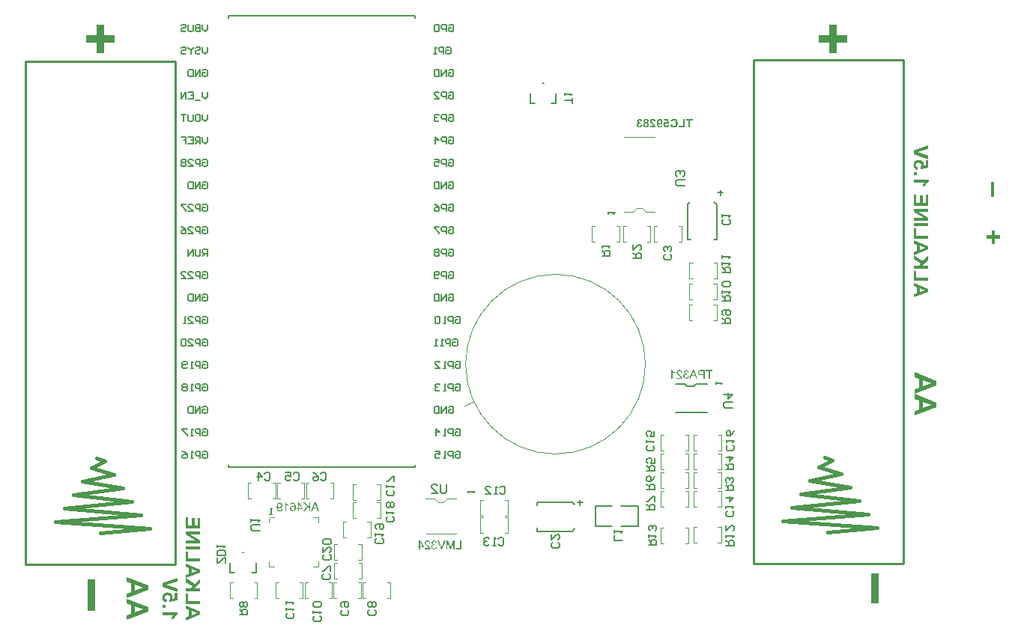
<source format=gbo>
G04*
G04 #@! TF.GenerationSoftware,Altium Limited,CircuitStudio,1.5.2 (30)*
G04*
G04 Layer_Color=13408512*
%FSLAX25Y25*%
%MOIN*%
G70*
G01*
G75*
%ADD10C,0.01000*%
%ADD68C,0.00400*%
%ADD70C,0.00500*%
%ADD154C,0.00300*%
%ADD155C,0.01575*%
%ADD156C,0.00600*%
%ADD157R,0.01500X0.06500*%
%ADD158R,0.03200X0.13213*%
%ADD159R,0.03200X0.14000*%
G36*
X3306977Y1912090D02*
X3307147Y1912071D01*
X3307309Y1912042D01*
X3307460Y1912005D01*
X3307592Y1911967D01*
X3307725Y1911910D01*
X3307848Y1911863D01*
X3307952Y1911806D01*
X3308047Y1911749D01*
X3308132Y1911702D01*
X3308208Y1911645D01*
X3308265Y1911607D01*
X3308312Y1911569D01*
X3308350Y1911541D01*
X3308369Y1911522D01*
X3308379Y1911512D01*
X3308483Y1911399D01*
X3308577Y1911285D01*
X3308662Y1911162D01*
X3308738Y1911039D01*
X3308795Y1910925D01*
X3308842Y1910802D01*
X3308918Y1910584D01*
X3308947Y1910480D01*
X3308966Y1910385D01*
X3308975Y1910300D01*
X3308985Y1910234D01*
X3308994Y1910177D01*
Y1910130D01*
Y1910101D01*
Y1910092D01*
X3308985Y1909931D01*
X3308956Y1909770D01*
X3308928Y1909628D01*
X3308890Y1909495D01*
X3308842Y1909391D01*
X3308814Y1909306D01*
X3308786Y1909249D01*
X3308776Y1909239D01*
Y1909230D01*
X3309894Y1909429D01*
Y1911806D01*
X3311068D01*
Y1908482D01*
X3307649Y1907838D01*
X3307507Y1908851D01*
X3307592Y1908936D01*
X3307668Y1909022D01*
X3307735Y1909107D01*
X3307792Y1909192D01*
X3307877Y1909353D01*
X3307933Y1909505D01*
X3307962Y1909637D01*
X3307981Y1909732D01*
X3307990Y1909770D01*
Y1909798D01*
Y1909817D01*
Y1909826D01*
X3307981Y1909978D01*
X3307943Y1910120D01*
X3307896Y1910243D01*
X3307839Y1910347D01*
X3307772Y1910423D01*
X3307725Y1910489D01*
X3307687Y1910527D01*
X3307678Y1910537D01*
X3307555Y1910632D01*
X3307413Y1910698D01*
X3307261Y1910745D01*
X3307109Y1910773D01*
X3306977Y1910802D01*
X3306873Y1910811D01*
X3306768D01*
X3306541Y1910802D01*
X3306342Y1910773D01*
X3306181Y1910726D01*
X3306049Y1910679D01*
X3305935Y1910622D01*
X3305859Y1910584D01*
X3305822Y1910546D01*
X3305803Y1910537D01*
X3305698Y1910433D01*
X3305613Y1910319D01*
X3305556Y1910205D01*
X3305519Y1910101D01*
X3305500Y1910006D01*
X3305490Y1909931D01*
X3305481Y1909883D01*
Y1909864D01*
X3305490Y1909741D01*
X3305519Y1909618D01*
X3305556Y1909514D01*
X3305604Y1909429D01*
X3305651Y1909353D01*
X3305689Y1909296D01*
X3305717Y1909258D01*
X3305727Y1909249D01*
X3305831Y1909164D01*
X3305935Y1909088D01*
X3306049Y1909031D01*
X3306153Y1908993D01*
X3306248Y1908965D01*
X3306333Y1908946D01*
X3306380Y1908936D01*
X3306399D01*
X3306267Y1907686D01*
X3306115Y1907715D01*
X3305973Y1907743D01*
X3305717Y1907838D01*
X3305490Y1907942D01*
X3305396Y1907999D01*
X3305301Y1908065D01*
X3305225Y1908122D01*
X3305159Y1908169D01*
X3305102Y1908226D01*
X3305045Y1908264D01*
X3305007Y1908302D01*
X3304979Y1908330D01*
X3304969Y1908349D01*
X3304960Y1908359D01*
X3304874Y1908472D01*
X3304799Y1908586D01*
X3304733Y1908709D01*
X3304685Y1908832D01*
X3304591Y1909088D01*
X3304534Y1909315D01*
X3304515Y1909429D01*
X3304505Y1909524D01*
X3304496Y1909618D01*
X3304486Y1909694D01*
X3304477Y1909760D01*
Y1909808D01*
Y1909836D01*
Y1909845D01*
X3304486Y1910054D01*
X3304515Y1910253D01*
X3304552Y1910433D01*
X3304610Y1910603D01*
X3304676Y1910764D01*
X3304752Y1910906D01*
X3304827Y1911039D01*
X3304913Y1911162D01*
X3304988Y1911266D01*
X3305064Y1911361D01*
X3305140Y1911446D01*
X3305206Y1911512D01*
X3305263Y1911559D01*
X3305301Y1911597D01*
X3305329Y1911616D01*
X3305339Y1911626D01*
X3305462Y1911711D01*
X3305585Y1911787D01*
X3305708Y1911844D01*
X3305841Y1911900D01*
X3306087Y1911986D01*
X3306314Y1912042D01*
X3306409Y1912061D01*
X3306504Y1912071D01*
X3306589Y1912090D01*
X3306665D01*
X3306721Y1912099D01*
X3306797D01*
X3306977Y1912090D01*
D02*
G37*
G36*
X3311153Y1917071D02*
X3306305Y1915471D01*
X3311153Y1913804D01*
Y1912374D01*
X3304600Y1914722D01*
Y1916153D01*
X3311153Y1918482D01*
Y1917071D01*
D02*
G37*
G36*
X3314505Y1803974D02*
Y1801920D01*
X3304900Y1798200D01*
Y1800254D01*
X3307079Y1801045D01*
Y1804904D01*
X3304900Y1805737D01*
Y1807833D01*
X3314505Y1803974D01*
D02*
G37*
G36*
X3305859Y1905385D02*
X3304600D01*
Y1906645D01*
X3305859D01*
Y1905385D01*
D02*
G37*
G36*
X3311153Y1889030D02*
X3306740D01*
X3311153Y1886322D01*
Y1885044D01*
X3304600D01*
Y1886265D01*
X3308918D01*
X3304600Y1888926D01*
Y1890252D01*
X3311153D01*
Y1889030D01*
D02*
G37*
G36*
X3305708Y1892979D02*
X3307488D01*
Y1896265D01*
X3308596D01*
Y1892979D01*
X3310045D01*
Y1896512D01*
X3311153D01*
Y1891654D01*
X3304600D01*
Y1896635D01*
X3305708D01*
Y1892979D01*
D02*
G37*
G36*
X3311191Y1902213D02*
X3310973Y1902118D01*
X3310774Y1901995D01*
X3310585Y1901862D01*
X3310434Y1901730D01*
X3310310Y1901616D01*
X3310216Y1901512D01*
X3310178Y1901474D01*
X3310149Y1901446D01*
X3310140Y1901427D01*
X3310130Y1901417D01*
X3309979Y1901209D01*
X3309846Y1901010D01*
X3309742Y1900830D01*
X3309666Y1900669D01*
X3309610Y1900536D01*
X3309562Y1900442D01*
X3309553Y1900404D01*
X3309543Y1900375D01*
X3309534Y1900366D01*
Y1900356D01*
X3308398D01*
X3308530Y1900697D01*
X3308672Y1901001D01*
X3308748Y1901143D01*
X3308833Y1901275D01*
X3308909Y1901398D01*
X3308985Y1901512D01*
X3309060Y1901616D01*
X3309127Y1901711D01*
X3309184Y1901786D01*
X3309240Y1901853D01*
X3309288Y1901910D01*
X3309316Y1901948D01*
X3309335Y1901966D01*
X3309344Y1901976D01*
X3304600D01*
Y1903235D01*
X3311191D01*
Y1902213D01*
D02*
G37*
G36*
X3182724Y1930357D02*
X3182829Y1930346D01*
X3182929Y1930324D01*
X3183012Y1930302D01*
X3183079Y1930280D01*
X3183134Y1930257D01*
X3183168Y1930246D01*
X3183173Y1930241D01*
X3183179D01*
X3183268Y1930191D01*
X3183351Y1930135D01*
X3183417Y1930080D01*
X3183473Y1930030D01*
X3183517Y1929980D01*
X3183550Y1929941D01*
X3183573Y1929919D01*
X3183578Y1929908D01*
X3183628Y1929824D01*
X3183673Y1929736D01*
X3183706Y1929641D01*
X3183739Y1929552D01*
X3183761Y1929469D01*
X3183778Y1929408D01*
X3183784Y1929380D01*
Y1929364D01*
X3183789Y1929353D01*
Y1929347D01*
X3183112Y1929236D01*
X3183095Y1929325D01*
X3183073Y1929403D01*
X3183051Y1929469D01*
X3183023Y1929519D01*
X3182996Y1929564D01*
X3182973Y1929597D01*
X3182957Y1929614D01*
X3182951Y1929619D01*
X3182901Y1929663D01*
X3182846Y1929697D01*
X3182790Y1929719D01*
X3182740Y1929736D01*
X3182696Y1929747D01*
X3182663Y1929752D01*
X3182629D01*
X3182563Y1929747D01*
X3182496Y1929736D01*
X3182446Y1929713D01*
X3182402Y1929697D01*
X3182363Y1929675D01*
X3182341Y1929652D01*
X3182324Y1929641D01*
X3182318Y1929636D01*
X3182280Y1929591D01*
X3182252Y1929536D01*
X3182230Y1929486D01*
X3182219Y1929436D01*
X3182207Y1929391D01*
X3182202Y1929358D01*
Y1929336D01*
Y1929325D01*
X3182207Y1929242D01*
X3182224Y1929170D01*
X3182252Y1929108D01*
X3182280Y1929059D01*
X3182313Y1929014D01*
X3182335Y1928986D01*
X3182357Y1928964D01*
X3182363Y1928959D01*
X3182429Y1928914D01*
X3182502Y1928881D01*
X3182579Y1928859D01*
X3182652Y1928842D01*
X3182718Y1928836D01*
X3182774Y1928831D01*
X3182824D01*
X3182901Y1928237D01*
X3182829Y1928254D01*
X3182768Y1928270D01*
X3182707Y1928282D01*
X3182657Y1928287D01*
X3182618Y1928293D01*
X3182563D01*
X3182485Y1928287D01*
X3182418Y1928265D01*
X3182357Y1928243D01*
X3182302Y1928209D01*
X3182263Y1928182D01*
X3182230Y1928154D01*
X3182207Y1928132D01*
X3182202Y1928126D01*
X3182152Y1928060D01*
X3182113Y1927987D01*
X3182085Y1927915D01*
X3182063Y1927843D01*
X3182052Y1927777D01*
X3182047Y1927727D01*
Y1927693D01*
Y1927688D01*
Y1927682D01*
X3182052Y1927577D01*
X3182069Y1927482D01*
X3182096Y1927399D01*
X3182124Y1927332D01*
X3182158Y1927283D01*
X3182180Y1927244D01*
X3182202Y1927216D01*
X3182207Y1927210D01*
X3182269Y1927155D01*
X3182335Y1927110D01*
X3182396Y1927083D01*
X3182457Y1927061D01*
X3182513Y1927049D01*
X3182552Y1927044D01*
X3182579Y1927038D01*
X3182590D01*
X3182668Y1927044D01*
X3182735Y1927061D01*
X3182796Y1927083D01*
X3182851Y1927110D01*
X3182890Y1927133D01*
X3182923Y1927155D01*
X3182946Y1927172D01*
X3182951Y1927177D01*
X3183001Y1927238D01*
X3183046Y1927305D01*
X3183073Y1927377D01*
X3183101Y1927444D01*
X3183118Y1927505D01*
X3183129Y1927555D01*
X3183134Y1927588D01*
Y1927593D01*
Y1927599D01*
X3183845Y1927510D01*
X3183834Y1927421D01*
X3183811Y1927338D01*
X3183761Y1927183D01*
X3183700Y1927049D01*
X3183661Y1926994D01*
X3183628Y1926938D01*
X3183595Y1926888D01*
X3183562Y1926850D01*
X3183534Y1926811D01*
X3183506Y1926783D01*
X3183484Y1926761D01*
X3183467Y1926744D01*
X3183456Y1926733D01*
X3183451Y1926727D01*
X3183384Y1926678D01*
X3183312Y1926628D01*
X3183245Y1926589D01*
X3183168Y1926555D01*
X3183023Y1926500D01*
X3182890Y1926467D01*
X3182824Y1926456D01*
X3182768Y1926444D01*
X3182718Y1926439D01*
X3182674Y1926433D01*
X3182635Y1926428D01*
X3182585D01*
X3182485Y1926433D01*
X3182385Y1926444D01*
X3182296Y1926461D01*
X3182207Y1926483D01*
X3182130Y1926511D01*
X3182052Y1926539D01*
X3181980Y1926572D01*
X3181919Y1926605D01*
X3181863Y1926639D01*
X3181808Y1926672D01*
X3181769Y1926700D01*
X3181730Y1926727D01*
X3181702Y1926750D01*
X3181680Y1926766D01*
X3181669Y1926777D01*
X3181664Y1926783D01*
X3181597Y1926850D01*
X3181541Y1926922D01*
X3181491Y1926994D01*
X3181447Y1927066D01*
X3181414Y1927144D01*
X3181380Y1927216D01*
X3181336Y1927349D01*
X3181325Y1927410D01*
X3181314Y1927471D01*
X3181303Y1927521D01*
X3181297Y1927566D01*
X3181292Y1927599D01*
Y1927627D01*
Y1927643D01*
Y1927649D01*
X3181303Y1927777D01*
X3181325Y1927888D01*
X3181353Y1927993D01*
X3181392Y1928076D01*
X3181430Y1928148D01*
X3181458Y1928198D01*
X3181480Y1928232D01*
X3181491Y1928243D01*
X3181569Y1928326D01*
X3181658Y1928398D01*
X3181747Y1928454D01*
X3181830Y1928498D01*
X3181902Y1928531D01*
X3181963Y1928548D01*
X3181985Y1928559D01*
X3182002D01*
X3182013Y1928565D01*
X3182019D01*
X3181919Y1928626D01*
X3181836Y1928687D01*
X3181763Y1928753D01*
X3181697Y1928820D01*
X3181641Y1928886D01*
X3181597Y1928953D01*
X3181564Y1929020D01*
X3181530Y1929081D01*
X3181508Y1929142D01*
X3181491Y1929197D01*
X3181480Y1929247D01*
X3181475Y1929292D01*
X3181469Y1929325D01*
X3181464Y1929353D01*
Y1929369D01*
Y1929375D01*
X3181469Y1929441D01*
X3181475Y1929502D01*
X3181508Y1929625D01*
X3181547Y1929736D01*
X3181597Y1929830D01*
X3181647Y1929908D01*
X3181691Y1929963D01*
X3181708Y1929985D01*
X3181725Y1930002D01*
X3181730Y1930008D01*
X3181736Y1930013D01*
X3181797Y1930074D01*
X3181869Y1930130D01*
X3181936Y1930174D01*
X3182008Y1930213D01*
X3182085Y1930252D01*
X3182158Y1930280D01*
X3182296Y1930318D01*
X3182357Y1930335D01*
X3182418Y1930346D01*
X3182468Y1930352D01*
X3182518Y1930357D01*
X3182557Y1930363D01*
X3182607D01*
X3182724Y1930357D01*
D02*
G37*
G36*
X2976991Y1709556D02*
X2976773Y1709461D01*
X2976574Y1709338D01*
X2976385Y1709206D01*
X2976233Y1709073D01*
X2976110Y1708960D01*
X2976016Y1708855D01*
X2975978Y1708817D01*
X2975949Y1708789D01*
X2975940Y1708770D01*
X2975930Y1708761D01*
X2975779Y1708552D01*
X2975646Y1708353D01*
X2975542Y1708174D01*
X2975466Y1708013D01*
X2975410Y1707880D01*
X2975362Y1707785D01*
X2975353Y1707747D01*
X2975343Y1707719D01*
X2975334Y1707710D01*
Y1707700D01*
X2974198D01*
X2974330Y1708041D01*
X2974472Y1708344D01*
X2974548Y1708486D01*
X2974633Y1708619D01*
X2974709Y1708742D01*
X2974785Y1708855D01*
X2974860Y1708960D01*
X2974927Y1709054D01*
X2974983Y1709130D01*
X2975040Y1709196D01*
X2975088Y1709253D01*
X2975116Y1709291D01*
X2975135Y1709310D01*
X2975145Y1709319D01*
X2970400D01*
Y1710579D01*
X2976991D01*
Y1709556D01*
D02*
G37*
G36*
X2971659Y1712729D02*
X2970400D01*
Y1713988D01*
X2971659D01*
Y1712729D01*
D02*
G37*
G36*
X2972777Y1719433D02*
X2972947Y1719414D01*
X2973108Y1719386D01*
X2973260Y1719348D01*
X2973392Y1719310D01*
X2973525Y1719253D01*
X2973648Y1719206D01*
X2973752Y1719149D01*
X2973847Y1719092D01*
X2973932Y1719045D01*
X2974008Y1718988D01*
X2974065Y1718950D01*
X2974112Y1718913D01*
X2974150Y1718884D01*
X2974169Y1718865D01*
X2974179Y1718856D01*
X2974283Y1718742D01*
X2974377Y1718628D01*
X2974463Y1718505D01*
X2974538Y1718382D01*
X2974595Y1718269D01*
X2974643Y1718145D01*
X2974718Y1717928D01*
X2974747Y1717823D01*
X2974766Y1717729D01*
X2974775Y1717644D01*
X2974785Y1717577D01*
X2974794Y1717520D01*
Y1717473D01*
Y1717445D01*
Y1717435D01*
X2974785Y1717274D01*
X2974756Y1717113D01*
X2974728Y1716971D01*
X2974690Y1716839D01*
X2974643Y1716734D01*
X2974614Y1716649D01*
X2974586Y1716592D01*
X2974576Y1716583D01*
Y1716573D01*
X2975694Y1716772D01*
Y1719149D01*
X2976868D01*
Y1715825D01*
X2973449Y1715181D01*
X2973307Y1716195D01*
X2973392Y1716280D01*
X2973468Y1716365D01*
X2973535Y1716450D01*
X2973591Y1716536D01*
X2973677Y1716697D01*
X2973733Y1716848D01*
X2973762Y1716981D01*
X2973781Y1717075D01*
X2973790Y1717113D01*
Y1717142D01*
Y1717160D01*
Y1717170D01*
X2973781Y1717322D01*
X2973743Y1717464D01*
X2973696Y1717587D01*
X2973639Y1717691D01*
X2973573Y1717767D01*
X2973525Y1717833D01*
X2973487Y1717871D01*
X2973478Y1717880D01*
X2973355Y1717975D01*
X2973213Y1718041D01*
X2973061Y1718089D01*
X2972910Y1718117D01*
X2972777Y1718145D01*
X2972673Y1718155D01*
X2972569D01*
X2972341Y1718145D01*
X2972142Y1718117D01*
X2971981Y1718070D01*
X2971849Y1718022D01*
X2971735Y1717966D01*
X2971659Y1717928D01*
X2971622Y1717890D01*
X2971603Y1717880D01*
X2971498Y1717776D01*
X2971413Y1717662D01*
X2971357Y1717549D01*
X2971319Y1717445D01*
X2971300Y1717350D01*
X2971290Y1717274D01*
X2971281Y1717227D01*
Y1717208D01*
X2971290Y1717085D01*
X2971319Y1716962D01*
X2971357Y1716858D01*
X2971404Y1716772D01*
X2971451Y1716697D01*
X2971489Y1716640D01*
X2971518Y1716602D01*
X2971527Y1716592D01*
X2971631Y1716507D01*
X2971735Y1716431D01*
X2971849Y1716375D01*
X2971953Y1716337D01*
X2972048Y1716308D01*
X2972133Y1716289D01*
X2972180Y1716280D01*
X2972199D01*
X2972067Y1715030D01*
X2971915Y1715058D01*
X2971773Y1715087D01*
X2971518Y1715181D01*
X2971290Y1715285D01*
X2971195Y1715342D01*
X2971101Y1715409D01*
X2971025Y1715465D01*
X2970959Y1715513D01*
X2970902Y1715570D01*
X2970845Y1715607D01*
X2970807Y1715645D01*
X2970779Y1715674D01*
X2970769Y1715693D01*
X2970760Y1715702D01*
X2970675Y1715816D01*
X2970599Y1715929D01*
X2970533Y1716052D01*
X2970485Y1716176D01*
X2970391Y1716431D01*
X2970334Y1716659D01*
X2970315Y1716772D01*
X2970305Y1716867D01*
X2970296Y1716962D01*
X2970286Y1717037D01*
X2970277Y1717104D01*
Y1717151D01*
Y1717179D01*
Y1717189D01*
X2970286Y1717397D01*
X2970315Y1717596D01*
X2970353Y1717776D01*
X2970410Y1717946D01*
X2970476Y1718107D01*
X2970551Y1718250D01*
X2970627Y1718382D01*
X2970712Y1718505D01*
X2970788Y1718609D01*
X2970864Y1718704D01*
X2970940Y1718789D01*
X2971006Y1718856D01*
X2971063Y1718903D01*
X2971101Y1718941D01*
X2971129Y1718960D01*
X2971139Y1718969D01*
X2971262Y1719054D01*
X2971385Y1719130D01*
X2971508Y1719187D01*
X2971641Y1719244D01*
X2971887Y1719329D01*
X2972114Y1719386D01*
X2972209Y1719405D01*
X2972304Y1719414D01*
X2972389Y1719433D01*
X2972465D01*
X2972521Y1719443D01*
X2972597D01*
X2972777Y1719433D01*
D02*
G37*
G36*
X3340627Y1878471D02*
X3342889D01*
Y1877021D01*
X3340627D01*
Y1874759D01*
X3339177D01*
Y1877021D01*
X3336901D01*
Y1878471D01*
X3339177D01*
Y1880734D01*
X3340627D01*
Y1878471D01*
D02*
G37*
G36*
X3314505Y1813662D02*
Y1811608D01*
X3304900Y1807888D01*
Y1809942D01*
X3307079Y1810734D01*
Y1814592D01*
X3304900Y1815425D01*
Y1817521D01*
X3314505Y1813662D01*
D02*
G37*
G36*
X3188618Y1930357D02*
X3188707Y1930352D01*
X3188879Y1930324D01*
X3189023Y1930280D01*
X3189089Y1930257D01*
X3189150Y1930230D01*
X3189206Y1930207D01*
X3189250Y1930180D01*
X3189295Y1930157D01*
X3189328Y1930141D01*
X3189356Y1930119D01*
X3189372Y1930107D01*
X3189384Y1930102D01*
X3189389Y1930096D01*
X3189450Y1930041D01*
X3189506Y1929985D01*
X3189556Y1929919D01*
X3189600Y1929847D01*
X3189667Y1929702D01*
X3189722Y1929564D01*
X3189739Y1929491D01*
X3189755Y1929430D01*
X3189772Y1929375D01*
X3189778Y1929325D01*
X3189789Y1929280D01*
Y1929253D01*
X3189794Y1929231D01*
Y1929225D01*
X3189062Y1929153D01*
X3189051Y1929264D01*
X3189028Y1929358D01*
X3189006Y1929441D01*
X3188979Y1929502D01*
X3188956Y1929552D01*
X3188934Y1929586D01*
X3188917Y1929608D01*
X3188912Y1929614D01*
X3188856Y1929658D01*
X3188795Y1929691D01*
X3188734Y1929719D01*
X3188673Y1929736D01*
X3188623Y1929747D01*
X3188579Y1929752D01*
X3188540D01*
X3188457Y1929747D01*
X3188385Y1929730D01*
X3188324Y1929708D01*
X3188268Y1929686D01*
X3188229Y1929663D01*
X3188196Y1929641D01*
X3188179Y1929625D01*
X3188174Y1929619D01*
X3188129Y1929564D01*
X3188096Y1929502D01*
X3188074Y1929441D01*
X3188057Y1929380D01*
X3188046Y1929325D01*
X3188041Y1929275D01*
Y1929247D01*
Y1929242D01*
Y1929236D01*
X3188046Y1929153D01*
X3188063Y1929075D01*
X3188091Y1928997D01*
X3188118Y1928931D01*
X3188146Y1928870D01*
X3188174Y1928825D01*
X3188190Y1928798D01*
X3188196Y1928787D01*
X3188218Y1928753D01*
X3188251Y1928714D01*
X3188296Y1928665D01*
X3188340Y1928620D01*
X3188440Y1928515D01*
X3188540Y1928409D01*
X3188640Y1928309D01*
X3188684Y1928265D01*
X3188729Y1928232D01*
X3188762Y1928198D01*
X3188784Y1928176D01*
X3188801Y1928159D01*
X3188806Y1928154D01*
X3188917Y1928048D01*
X3189017Y1927949D01*
X3189112Y1927854D01*
X3189195Y1927771D01*
X3189273Y1927688D01*
X3189339Y1927610D01*
X3189400Y1927543D01*
X3189450Y1927477D01*
X3189495Y1927421D01*
X3189533Y1927371D01*
X3189567Y1927332D01*
X3189589Y1927294D01*
X3189611Y1927271D01*
X3189622Y1927249D01*
X3189633Y1927238D01*
Y1927233D01*
X3189705Y1927105D01*
X3189761Y1926972D01*
X3189805Y1926850D01*
X3189839Y1926739D01*
X3189861Y1926639D01*
X3189866Y1926600D01*
X3189872Y1926567D01*
X3189878Y1926539D01*
X3189883Y1926517D01*
Y1926505D01*
Y1926500D01*
X3187302D01*
Y1927183D01*
X3188768D01*
X3188723Y1927255D01*
X3188673Y1927316D01*
X3188651Y1927344D01*
X3188634Y1927366D01*
X3188623Y1927377D01*
X3188618Y1927382D01*
X3188596Y1927405D01*
X3188573Y1927432D01*
X3188507Y1927493D01*
X3188434Y1927566D01*
X3188362Y1927638D01*
X3188290Y1927704D01*
X3188229Y1927760D01*
X3188207Y1927782D01*
X3188190Y1927799D01*
X3188179Y1927804D01*
X3188174Y1927810D01*
X3188052Y1927926D01*
X3187952Y1928021D01*
X3187868Y1928110D01*
X3187802Y1928176D01*
X3187752Y1928232D01*
X3187719Y1928270D01*
X3187696Y1928298D01*
X3187691Y1928304D01*
X3187619Y1928398D01*
X3187558Y1928487D01*
X3187508Y1928570D01*
X3187469Y1928642D01*
X3187436Y1928703D01*
X3187413Y1928753D01*
X3187402Y1928781D01*
X3187397Y1928792D01*
X3187363Y1928881D01*
X3187341Y1928970D01*
X3187325Y1929053D01*
X3187313Y1929131D01*
X3187308Y1929192D01*
X3187302Y1929242D01*
Y1929275D01*
Y1929286D01*
X3187308Y1929369D01*
X3187319Y1929453D01*
X3187330Y1929530D01*
X3187352Y1929602D01*
X3187408Y1929730D01*
X3187463Y1929841D01*
X3187497Y1929891D01*
X3187524Y1929930D01*
X3187552Y1929969D01*
X3187580Y1929996D01*
X3187602Y1930019D01*
X3187613Y1930041D01*
X3187624Y1930046D01*
X3187630Y1930052D01*
X3187691Y1930107D01*
X3187763Y1930157D01*
X3187830Y1930196D01*
X3187907Y1930230D01*
X3188052Y1930285D01*
X3188196Y1930324D01*
X3188263Y1930335D01*
X3188324Y1930346D01*
X3188379Y1930352D01*
X3188429Y1930357D01*
X3188468Y1930363D01*
X3188523D01*
X3188618Y1930357D01*
D02*
G37*
G36*
X3270246Y1967428D02*
X3274886D01*
Y1964292D01*
X3270246D01*
Y1959600D01*
X3267032D01*
Y1964292D01*
X3262392D01*
Y1967428D01*
X3267032D01*
Y1972145D01*
X3270246D01*
Y1967428D01*
D02*
G37*
G36*
X2987153Y1738649D02*
X2980600D01*
Y1739975D01*
X2987153D01*
Y1738649D01*
D02*
G37*
G36*
Y1745230D02*
X2982740D01*
X2987153Y1742522D01*
Y1741244D01*
X2980600D01*
Y1742465D01*
X2984918D01*
X2980600Y1745126D01*
Y1746452D01*
X2987153D01*
Y1745230D01*
D02*
G37*
G36*
X2981708Y1749179D02*
X2983488D01*
Y1752465D01*
X2984596D01*
Y1749179D01*
X2986045D01*
Y1752712D01*
X2987153D01*
Y1747854D01*
X2980600D01*
Y1752835D01*
X2981708D01*
Y1749179D01*
D02*
G37*
G36*
Y1734454D02*
X2987106D01*
Y1733128D01*
X2980600D01*
Y1737749D01*
X2981708D01*
Y1734454D01*
D02*
G37*
G36*
X2984596Y1723194D02*
X2987153Y1725675D01*
Y1723895D01*
X2984237Y1721205D01*
X2987153D01*
Y1719879D01*
X2980600D01*
Y1721205D01*
X2982579D01*
X2983678Y1722275D01*
X2980600Y1724084D01*
Y1725798D01*
X2984596Y1723194D01*
D02*
G37*
G36*
X2987153Y1729756D02*
Y1728355D01*
X2980600Y1725817D01*
Y1727218D01*
X2982087Y1727758D01*
Y1730391D01*
X2980600Y1730959D01*
Y1732389D01*
X2987153Y1729756D01*
D02*
G37*
G36*
X2981708Y1715637D02*
X2987106D01*
Y1714311D01*
X2980600D01*
Y1718932D01*
X2981708D01*
Y1715637D01*
D02*
G37*
G36*
X2944347Y1967562D02*
X2948987D01*
Y1964425D01*
X2944347D01*
Y1959734D01*
X2941133D01*
Y1964425D01*
X2936494D01*
Y1967562D01*
X2941133D01*
Y1972279D01*
X2944347D01*
Y1967562D01*
D02*
G37*
G36*
X2987153Y1710939D02*
Y1709538D01*
X2980600Y1707000D01*
Y1708402D01*
X2982087Y1708941D01*
Y1711574D01*
X2980600Y1712142D01*
Y1713572D01*
X2987153Y1710939D01*
D02*
G37*
G36*
X3305708Y1878254D02*
X3311106D01*
Y1876928D01*
X3304600D01*
Y1881549D01*
X3305708D01*
Y1878254D01*
D02*
G37*
G36*
X3311153Y1882449D02*
X3304600D01*
Y1883775D01*
X3311153D01*
Y1882449D01*
D02*
G37*
G36*
Y1873556D02*
Y1872155D01*
X3304600Y1869617D01*
Y1871018D01*
X3306087Y1871558D01*
Y1874191D01*
X3304600Y1874759D01*
Y1876189D01*
X3311153Y1873556D01*
D02*
G37*
G36*
Y1854740D02*
Y1853338D01*
X3304600Y1850800D01*
Y1852202D01*
X3306087Y1852741D01*
Y1855374D01*
X3304600Y1855942D01*
Y1857372D01*
X3311153Y1854740D01*
D02*
G37*
G36*
X3305708Y1859437D02*
X3311106D01*
Y1858111D01*
X3304600D01*
Y1862732D01*
X3305708D01*
Y1859437D01*
D02*
G37*
G36*
X3308596Y1866994D02*
X3311153Y1869475D01*
Y1867694D01*
X3308236Y1865005D01*
X3311153D01*
Y1863679D01*
X3304600D01*
Y1865005D01*
X3306579D01*
X3307678Y1866075D01*
X3304600Y1867884D01*
Y1869598D01*
X3308596Y1866994D01*
D02*
G37*
G36*
X3202731Y1926500D02*
X3200023D01*
Y1927149D01*
X3201954D01*
Y1930313D01*
X3202731D01*
Y1926500D01*
D02*
G37*
G36*
X3197179Y1818363D02*
X3197240Y1818274D01*
X3197312Y1818185D01*
X3197379Y1818108D01*
X3197445Y1818041D01*
X3197495Y1817986D01*
X3197518Y1817969D01*
X3197534Y1817952D01*
X3197540Y1817947D01*
X3197545Y1817941D01*
X3197662Y1817847D01*
X3197779Y1817758D01*
X3197889Y1817680D01*
X3198000Y1817619D01*
X3198095Y1817564D01*
X3198134Y1817542D01*
X3198167Y1817525D01*
X3198195Y1817508D01*
X3198217Y1817503D01*
X3198228Y1817492D01*
X3198234D01*
Y1817036D01*
X3198150Y1817070D01*
X3198067Y1817109D01*
X3197984Y1817147D01*
X3197906Y1817186D01*
X3197840Y1817220D01*
X3197784Y1817247D01*
X3197751Y1817270D01*
X3197745Y1817275D01*
X3197740D01*
X3197640Y1817336D01*
X3197551Y1817397D01*
X3197473Y1817453D01*
X3197412Y1817503D01*
X3197357Y1817542D01*
X3197323Y1817575D01*
X3197296Y1817597D01*
X3197290Y1817603D01*
Y1814600D01*
X3196818D01*
Y1818457D01*
X3197124D01*
X3197179Y1818363D01*
D02*
G37*
G36*
X3200409Y1818452D02*
X3200504Y1818446D01*
X3200592Y1818430D01*
X3200676Y1818413D01*
X3200753Y1818391D01*
X3200826Y1818368D01*
X3200892Y1818341D01*
X3200953Y1818313D01*
X3201009Y1818285D01*
X3201053Y1818257D01*
X3201092Y1818235D01*
X3201125Y1818213D01*
X3201153Y1818196D01*
X3201170Y1818180D01*
X3201181Y1818174D01*
X3201186Y1818169D01*
X3201242Y1818113D01*
X3201292Y1818052D01*
X3201342Y1817986D01*
X3201381Y1817919D01*
X3201447Y1817786D01*
X3201492Y1817653D01*
X3201508Y1817591D01*
X3201525Y1817530D01*
X3201536Y1817480D01*
X3201547Y1817436D01*
X3201553Y1817397D01*
Y1817369D01*
X3201558Y1817353D01*
Y1817347D01*
X3201075Y1817297D01*
X3201064Y1817425D01*
X3201042Y1817536D01*
X3201009Y1817636D01*
X3200970Y1817714D01*
X3200937Y1817780D01*
X3200903Y1817825D01*
X3200881Y1817852D01*
X3200870Y1817863D01*
X3200787Y1817930D01*
X3200698Y1817980D01*
X3200603Y1818019D01*
X3200520Y1818041D01*
X3200443Y1818058D01*
X3200376Y1818063D01*
X3200354Y1818069D01*
X3200320D01*
X3200204Y1818063D01*
X3200098Y1818041D01*
X3200010Y1818008D01*
X3199932Y1817974D01*
X3199871Y1817936D01*
X3199832Y1817908D01*
X3199804Y1817886D01*
X3199793Y1817875D01*
X3199726Y1817797D01*
X3199677Y1817719D01*
X3199638Y1817641D01*
X3199615Y1817564D01*
X3199599Y1817503D01*
X3199593Y1817447D01*
X3199588Y1817414D01*
Y1817408D01*
Y1817403D01*
X3199599Y1817303D01*
X3199621Y1817197D01*
X3199660Y1817103D01*
X3199699Y1817014D01*
X3199743Y1816942D01*
X3199782Y1816881D01*
X3199793Y1816859D01*
X3199804Y1816842D01*
X3199815Y1816837D01*
Y1816831D01*
X3199860Y1816770D01*
X3199915Y1816709D01*
X3199976Y1816642D01*
X3200043Y1816576D01*
X3200182Y1816443D01*
X3200320Y1816309D01*
X3200393Y1816248D01*
X3200454Y1816193D01*
X3200515Y1816143D01*
X3200565Y1816099D01*
X3200603Y1816065D01*
X3200637Y1816038D01*
X3200659Y1816021D01*
X3200665Y1816015D01*
X3200803Y1815899D01*
X3200931Y1815788D01*
X3201036Y1815688D01*
X3201120Y1815605D01*
X3201192Y1815532D01*
X3201242Y1815482D01*
X3201270Y1815449D01*
X3201281Y1815444D01*
Y1815438D01*
X3201358Y1815344D01*
X3201419Y1815255D01*
X3201475Y1815166D01*
X3201519Y1815088D01*
X3201553Y1815022D01*
X3201575Y1814972D01*
X3201586Y1814939D01*
X3201591Y1814933D01*
Y1814927D01*
X3201614Y1814866D01*
X3201625Y1814811D01*
X3201636Y1814755D01*
X3201641Y1814705D01*
X3201647Y1814661D01*
Y1814628D01*
Y1814606D01*
Y1814600D01*
X3199099D01*
Y1815055D01*
X3200992D01*
X3200925Y1815149D01*
X3200892Y1815188D01*
X3200864Y1815227D01*
X3200837Y1815261D01*
X3200814Y1815283D01*
X3200798Y1815299D01*
X3200792Y1815305D01*
X3200764Y1815333D01*
X3200731Y1815360D01*
X3200653Y1815433D01*
X3200565Y1815516D01*
X3200470Y1815599D01*
X3200381Y1815671D01*
X3200343Y1815704D01*
X3200309Y1815738D01*
X3200282Y1815760D01*
X3200259Y1815777D01*
X3200248Y1815788D01*
X3200243Y1815793D01*
X3200154Y1815871D01*
X3200065Y1815943D01*
X3199987Y1816015D01*
X3199915Y1816076D01*
X3199849Y1816137D01*
X3199793Y1816193D01*
X3199738Y1816243D01*
X3199693Y1816287D01*
X3199649Y1816332D01*
X3199615Y1816365D01*
X3199588Y1816393D01*
X3199560Y1816420D01*
X3199532Y1816454D01*
X3199521Y1816465D01*
X3199443Y1816559D01*
X3199377Y1816642D01*
X3199321Y1816726D01*
X3199277Y1816792D01*
X3199244Y1816853D01*
X3199221Y1816898D01*
X3199210Y1816925D01*
X3199205Y1816936D01*
X3199171Y1817020D01*
X3199149Y1817103D01*
X3199127Y1817181D01*
X3199116Y1817247D01*
X3199110Y1817308D01*
X3199105Y1817353D01*
Y1817381D01*
Y1817392D01*
X3199110Y1817475D01*
X3199121Y1817553D01*
X3199133Y1817630D01*
X3199155Y1817697D01*
X3199210Y1817830D01*
X3199266Y1817936D01*
X3199299Y1817986D01*
X3199327Y1818024D01*
X3199355Y1818063D01*
X3199382Y1818091D01*
X3199405Y1818113D01*
X3199416Y1818135D01*
X3199427Y1818141D01*
X3199432Y1818146D01*
X3199493Y1818202D01*
X3199560Y1818252D01*
X3199632Y1818291D01*
X3199704Y1818324D01*
X3199849Y1818380D01*
X3199993Y1818418D01*
X3200054Y1818430D01*
X3200115Y1818441D01*
X3200171Y1818446D01*
X3200215Y1818452D01*
X3200254Y1818457D01*
X3200309D01*
X3200409Y1818452D01*
D02*
G37*
G36*
X3206300Y1929691D02*
X3205162D01*
Y1926500D01*
X3204385D01*
Y1929691D01*
X3203253D01*
Y1930341D01*
X3206300D01*
Y1929691D01*
D02*
G37*
G36*
X3208373Y1814600D02*
X3207835D01*
X3207419Y1815766D01*
X3205809D01*
X3205360Y1814600D01*
X3204782D01*
X3206353Y1818441D01*
X3206908D01*
X3208373Y1814600D01*
D02*
G37*
G36*
X3211531D02*
X3211021D01*
Y1816159D01*
X3210038D01*
X3209894Y1816165D01*
X3209755Y1816176D01*
X3209633Y1816193D01*
X3209522Y1816215D01*
X3209417Y1816237D01*
X3209328Y1816265D01*
X3209245Y1816298D01*
X3209172Y1816332D01*
X3209111Y1816359D01*
X3209056Y1816393D01*
X3209012Y1816420D01*
X3208978Y1816448D01*
X3208950Y1816465D01*
X3208934Y1816482D01*
X3208923Y1816493D01*
X3208917Y1816498D01*
X3208862Y1816565D01*
X3208812Y1816631D01*
X3208773Y1816698D01*
X3208734Y1816770D01*
X3208701Y1816842D01*
X3208678Y1816909D01*
X3208640Y1817036D01*
X3208629Y1817097D01*
X3208618Y1817153D01*
X3208612Y1817203D01*
X3208606Y1817242D01*
X3208601Y1817281D01*
Y1817303D01*
Y1817319D01*
Y1817325D01*
X3208606Y1817430D01*
X3208618Y1817530D01*
X3208640Y1817619D01*
X3208656Y1817697D01*
X3208678Y1817764D01*
X3208701Y1817813D01*
X3208712Y1817841D01*
X3208717Y1817852D01*
X3208762Y1817936D01*
X3208817Y1818008D01*
X3208867Y1818074D01*
X3208917Y1818124D01*
X3208962Y1818163D01*
X3208995Y1818196D01*
X3209017Y1818213D01*
X3209028Y1818219D01*
X3209100Y1818263D01*
X3209184Y1818302D01*
X3209261Y1818335D01*
X3209333Y1818363D01*
X3209400Y1818380D01*
X3209450Y1818391D01*
X3209489Y1818402D01*
X3209500D01*
X3209583Y1818413D01*
X3209678Y1818424D01*
X3209777Y1818430D01*
X3209872Y1818435D01*
X3209955Y1818441D01*
X3211531D01*
Y1814600D01*
D02*
G37*
G36*
X3215100Y1817986D02*
X3213835D01*
Y1814600D01*
X3213324D01*
Y1817986D01*
X3212059D01*
Y1818441D01*
X3215100D01*
Y1817986D01*
D02*
G37*
G36*
X3203523Y1818446D02*
X3203673Y1818418D01*
X3203800Y1818374D01*
X3203911Y1818330D01*
X3203961Y1818302D01*
X3204000Y1818280D01*
X3204039Y1818257D01*
X3204066Y1818235D01*
X3204089Y1818219D01*
X3204105Y1818208D01*
X3204116Y1818202D01*
X3204122Y1818196D01*
X3204227Y1818091D01*
X3204311Y1817974D01*
X3204377Y1817852D01*
X3204433Y1817730D01*
X3204466Y1817625D01*
X3204483Y1817580D01*
X3204494Y1817542D01*
X3204499Y1817508D01*
X3204505Y1817486D01*
X3204510Y1817469D01*
Y1817464D01*
X3204039Y1817381D01*
X3204016Y1817503D01*
X3203983Y1817608D01*
X3203944Y1817697D01*
X3203905Y1817769D01*
X3203867Y1817825D01*
X3203833Y1817863D01*
X3203811Y1817891D01*
X3203806Y1817897D01*
X3203733Y1817952D01*
X3203656Y1817997D01*
X3203584Y1818024D01*
X3203511Y1818047D01*
X3203445Y1818058D01*
X3203395Y1818069D01*
X3203350D01*
X3203251Y1818063D01*
X3203162Y1818041D01*
X3203084Y1818013D01*
X3203018Y1817986D01*
X3202968Y1817952D01*
X3202929Y1817924D01*
X3202901Y1817902D01*
X3202896Y1817897D01*
X3202834Y1817830D01*
X3202790Y1817758D01*
X3202762Y1817686D01*
X3202740Y1817619D01*
X3202729Y1817558D01*
X3202718Y1817514D01*
Y1817480D01*
Y1817475D01*
Y1817469D01*
Y1817408D01*
X3202729Y1817353D01*
X3202757Y1817258D01*
X3202796Y1817175D01*
X3202840Y1817103D01*
X3202884Y1817053D01*
X3202923Y1817014D01*
X3202951Y1816992D01*
X3202957Y1816986D01*
X3202962D01*
X3203056Y1816936D01*
X3203145Y1816898D01*
X3203239Y1816870D01*
X3203323Y1816853D01*
X3203395Y1816842D01*
X3203456Y1816831D01*
X3203528D01*
X3203550Y1816837D01*
X3203578D01*
X3203634Y1816420D01*
X3203561Y1816437D01*
X3203495Y1816448D01*
X3203439Y1816459D01*
X3203389Y1816465D01*
X3203350Y1816470D01*
X3203301D01*
X3203184Y1816459D01*
X3203079Y1816437D01*
X3202984Y1816404D01*
X3202907Y1816365D01*
X3202846Y1816326D01*
X3202801Y1816293D01*
X3202773Y1816271D01*
X3202762Y1816259D01*
X3202690Y1816176D01*
X3202635Y1816087D01*
X3202596Y1815999D01*
X3202574Y1815910D01*
X3202557Y1815838D01*
X3202552Y1815777D01*
X3202546Y1815754D01*
Y1815738D01*
Y1815727D01*
Y1815721D01*
X3202557Y1815599D01*
X3202585Y1815488D01*
X3202618Y1815394D01*
X3202663Y1815310D01*
X3202707Y1815244D01*
X3202740Y1815194D01*
X3202768Y1815161D01*
X3202779Y1815149D01*
X3202868Y1815072D01*
X3202962Y1815016D01*
X3203056Y1814977D01*
X3203145Y1814950D01*
X3203223Y1814933D01*
X3203284Y1814927D01*
X3203306Y1814922D01*
X3203339D01*
X3203439Y1814927D01*
X3203534Y1814950D01*
X3203617Y1814977D01*
X3203684Y1815011D01*
X3203739Y1815038D01*
X3203783Y1815066D01*
X3203806Y1815088D01*
X3203817Y1815094D01*
X3203883Y1815172D01*
X3203939Y1815261D01*
X3203989Y1815355D01*
X3204028Y1815455D01*
X3204055Y1815538D01*
X3204066Y1815577D01*
X3204072Y1815610D01*
X3204078Y1815638D01*
X3204083Y1815660D01*
X3204089Y1815671D01*
Y1815677D01*
X3204560Y1815616D01*
X3204549Y1815527D01*
X3204533Y1815444D01*
X3204483Y1815288D01*
X3204422Y1815155D01*
X3204388Y1815100D01*
X3204355Y1815044D01*
X3204322Y1814994D01*
X3204288Y1814955D01*
X3204261Y1814916D01*
X3204233Y1814889D01*
X3204216Y1814866D01*
X3204200Y1814850D01*
X3204189Y1814839D01*
X3204183Y1814833D01*
X3204116Y1814783D01*
X3204050Y1814733D01*
X3203983Y1814694D01*
X3203911Y1814661D01*
X3203772Y1814606D01*
X3203639Y1814572D01*
X3203578Y1814561D01*
X3203523Y1814550D01*
X3203473Y1814544D01*
X3203428Y1814539D01*
X3203395Y1814533D01*
X3203345D01*
X3203239Y1814539D01*
X3203145Y1814550D01*
X3203051Y1814567D01*
X3202962Y1814589D01*
X3202879Y1814617D01*
X3202807Y1814644D01*
X3202735Y1814678D01*
X3202673Y1814711D01*
X3202613Y1814739D01*
X3202562Y1814772D01*
X3202518Y1814800D01*
X3202485Y1814828D01*
X3202457Y1814850D01*
X3202435Y1814866D01*
X3202424Y1814878D01*
X3202418Y1814883D01*
X3202352Y1814950D01*
X3202296Y1815022D01*
X3202246Y1815094D01*
X3202202Y1815166D01*
X3202169Y1815233D01*
X3202135Y1815305D01*
X3202091Y1815438D01*
X3202080Y1815499D01*
X3202069Y1815555D01*
X3202058Y1815605D01*
X3202052Y1815649D01*
X3202047Y1815682D01*
Y1815710D01*
Y1815727D01*
Y1815732D01*
X3202052Y1815865D01*
X3202074Y1815988D01*
X3202107Y1816093D01*
X3202141Y1816182D01*
X3202174Y1816254D01*
X3202207Y1816309D01*
X3202230Y1816343D01*
X3202235Y1816354D01*
X3202313Y1816437D01*
X3202396Y1816509D01*
X3202485Y1816565D01*
X3202574Y1816609D01*
X3202651Y1816642D01*
X3202712Y1816665D01*
X3202735Y1816670D01*
X3202751Y1816676D01*
X3202762Y1816681D01*
X3202768D01*
X3202673Y1816731D01*
X3202596Y1816781D01*
X3202529Y1816837D01*
X3202474Y1816887D01*
X3202429Y1816931D01*
X3202396Y1816970D01*
X3202379Y1816992D01*
X3202374Y1817003D01*
X3202329Y1817081D01*
X3202296Y1817159D01*
X3202268Y1817236D01*
X3202252Y1817308D01*
X3202241Y1817369D01*
X3202235Y1817414D01*
Y1817447D01*
Y1817458D01*
X3202241Y1817553D01*
X3202257Y1817647D01*
X3202280Y1817730D01*
X3202307Y1817802D01*
X3202335Y1817863D01*
X3202357Y1817913D01*
X3202374Y1817941D01*
X3202379Y1817952D01*
X3202435Y1818036D01*
X3202502Y1818108D01*
X3202568Y1818169D01*
X3202635Y1818224D01*
X3202690Y1818263D01*
X3202740Y1818296D01*
X3202773Y1818313D01*
X3202779Y1818319D01*
X3202784D01*
X3202884Y1818363D01*
X3202984Y1818396D01*
X3203084Y1818424D01*
X3203173Y1818441D01*
X3203245Y1818452D01*
X3203306Y1818457D01*
X3203445D01*
X3203523Y1818446D01*
D02*
G37*
G36*
X3185665Y1930357D02*
X3185759Y1930352D01*
X3185848Y1930335D01*
X3185932Y1930318D01*
X3186009Y1930296D01*
X3186081Y1930274D01*
X3186142Y1930246D01*
X3186198Y1930224D01*
X3186253Y1930196D01*
X3186298Y1930169D01*
X3186331Y1930146D01*
X3186364Y1930124D01*
X3186387Y1930107D01*
X3186403Y1930091D01*
X3186414Y1930085D01*
X3186420Y1930080D01*
X3186470Y1930024D01*
X3186520Y1929969D01*
X3186559Y1929908D01*
X3186592Y1929852D01*
X3186647Y1929730D01*
X3186681Y1929619D01*
X3186703Y1929519D01*
X3186708Y1929475D01*
X3186714Y1929441D01*
X3186720Y1929408D01*
Y1929386D01*
Y1929375D01*
Y1929369D01*
X3186714Y1929275D01*
X3186697Y1929192D01*
X3186681Y1929108D01*
X3186653Y1929042D01*
X3186631Y1928981D01*
X3186614Y1928942D01*
X3186597Y1928914D01*
X3186592Y1928903D01*
X3186536Y1928831D01*
X3186470Y1928764D01*
X3186403Y1928709D01*
X3186331Y1928659D01*
X3186270Y1928626D01*
X3186220Y1928598D01*
X3186187Y1928581D01*
X3186181Y1928576D01*
X3186176D01*
X3186292Y1928515D01*
X3186392Y1928454D01*
X3186475Y1928387D01*
X3186542Y1928320D01*
X3186597Y1928259D01*
X3186636Y1928215D01*
X3186659Y1928182D01*
X3186664Y1928176D01*
Y1928171D01*
X3186714Y1928071D01*
X3186753Y1927971D01*
X3186775Y1927871D01*
X3186797Y1927782D01*
X3186808Y1927710D01*
X3186814Y1927649D01*
Y1927627D01*
Y1927610D01*
Y1927599D01*
Y1927593D01*
X3186808Y1927488D01*
X3186797Y1927394D01*
X3186775Y1927299D01*
X3186747Y1927216D01*
X3186720Y1927133D01*
X3186686Y1927061D01*
X3186647Y1926994D01*
X3186609Y1926933D01*
X3186570Y1926883D01*
X3186531Y1926833D01*
X3186498Y1926794D01*
X3186470Y1926761D01*
X3186442Y1926733D01*
X3186420Y1926716D01*
X3186409Y1926705D01*
X3186403Y1926700D01*
X3186337Y1926650D01*
X3186264Y1926611D01*
X3186192Y1926572D01*
X3186120Y1926544D01*
X3185976Y1926494D01*
X3185837Y1926461D01*
X3185771Y1926450D01*
X3185715Y1926444D01*
X3185665Y1926439D01*
X3185621Y1926433D01*
X3185582Y1926428D01*
X3185532D01*
X3185427Y1926433D01*
X3185332Y1926444D01*
X3185238Y1926461D01*
X3185149Y1926478D01*
X3185071Y1926505D01*
X3184999Y1926533D01*
X3184927Y1926561D01*
X3184866Y1926594D01*
X3184810Y1926628D01*
X3184766Y1926655D01*
X3184722Y1926683D01*
X3184688Y1926711D01*
X3184661Y1926727D01*
X3184644Y1926744D01*
X3184633Y1926755D01*
X3184627Y1926761D01*
X3184566Y1926827D01*
X3184516Y1926894D01*
X3184466Y1926966D01*
X3184427Y1927038D01*
X3184394Y1927110D01*
X3184366Y1927183D01*
X3184328Y1927321D01*
X3184311Y1927382D01*
X3184300Y1927438D01*
X3184294Y1927493D01*
X3184289Y1927538D01*
X3184283Y1927577D01*
Y1927604D01*
Y1927621D01*
Y1927627D01*
X3184289Y1927743D01*
X3184311Y1927849D01*
X3184333Y1927949D01*
X3184366Y1928032D01*
X3184394Y1928098D01*
X3184422Y1928148D01*
X3184444Y1928182D01*
X3184450Y1928193D01*
X3184516Y1928282D01*
X3184594Y1928359D01*
X3184677Y1928426D01*
X3184755Y1928476D01*
X3184827Y1928520D01*
X3184883Y1928554D01*
X3184905Y1928565D01*
X3184921Y1928570D01*
X3184933Y1928576D01*
X3184938D01*
X3184849Y1928620D01*
X3184772Y1928670D01*
X3184705Y1928720D01*
X3184649Y1928775D01*
X3184605Y1928820D01*
X3184577Y1928859D01*
X3184555Y1928881D01*
X3184550Y1928892D01*
X3184500Y1928975D01*
X3184466Y1929059D01*
X3184439Y1929136D01*
X3184422Y1929208D01*
X3184411Y1929275D01*
X3184405Y1929325D01*
Y1929358D01*
Y1929364D01*
Y1929369D01*
X3184411Y1929447D01*
X3184416Y1929525D01*
X3184455Y1929663D01*
X3184500Y1929780D01*
X3184555Y1929885D01*
X3184616Y1929969D01*
X3184638Y1930002D01*
X3184661Y1930030D01*
X3184683Y1930052D01*
X3184699Y1930069D01*
X3184705Y1930074D01*
X3184711Y1930080D01*
X3184772Y1930130D01*
X3184833Y1930174D01*
X3184905Y1930213D01*
X3184971Y1930246D01*
X3185116Y1930296D01*
X3185254Y1930330D01*
X3185316Y1930341D01*
X3185377Y1930346D01*
X3185427Y1930352D01*
X3185476Y1930357D01*
X3185510Y1930363D01*
X3185565D01*
X3185665Y1930357D01*
D02*
G37*
G36*
X3088276Y1742552D02*
X3088371Y1742546D01*
X3088459Y1742529D01*
X3088543Y1742513D01*
X3088620Y1742491D01*
X3088692Y1742468D01*
X3088759Y1742441D01*
X3088820Y1742413D01*
X3088876Y1742385D01*
X3088920Y1742357D01*
X3088959Y1742335D01*
X3088992Y1742313D01*
X3089020Y1742296D01*
X3089037Y1742280D01*
X3089048Y1742274D01*
X3089053Y1742269D01*
X3089109Y1742213D01*
X3089159Y1742152D01*
X3089209Y1742085D01*
X3089247Y1742019D01*
X3089314Y1741886D01*
X3089358Y1741752D01*
X3089375Y1741691D01*
X3089392Y1741630D01*
X3089403Y1741580D01*
X3089414Y1741536D01*
X3089420Y1741497D01*
Y1741470D01*
X3089425Y1741453D01*
Y1741447D01*
X3088942Y1741397D01*
X3088931Y1741525D01*
X3088909Y1741636D01*
X3088876Y1741736D01*
X3088837Y1741814D01*
X3088803Y1741880D01*
X3088770Y1741925D01*
X3088748Y1741952D01*
X3088737Y1741963D01*
X3088654Y1742030D01*
X3088565Y1742080D01*
X3088470Y1742119D01*
X3088387Y1742141D01*
X3088309Y1742158D01*
X3088243Y1742163D01*
X3088221Y1742169D01*
X3088187D01*
X3088071Y1742163D01*
X3087965Y1742141D01*
X3087877Y1742108D01*
X3087799Y1742074D01*
X3087738Y1742036D01*
X3087699Y1742008D01*
X3087671Y1741986D01*
X3087660Y1741974D01*
X3087593Y1741897D01*
X3087543Y1741819D01*
X3087505Y1741741D01*
X3087482Y1741664D01*
X3087466Y1741603D01*
X3087460Y1741547D01*
X3087455Y1741514D01*
Y1741508D01*
Y1741503D01*
X3087466Y1741403D01*
X3087488Y1741297D01*
X3087527Y1741203D01*
X3087566Y1741114D01*
X3087610Y1741042D01*
X3087649Y1740981D01*
X3087660Y1740959D01*
X3087671Y1740942D01*
X3087682Y1740937D01*
Y1740931D01*
X3087727Y1740870D01*
X3087782Y1740809D01*
X3087843Y1740742D01*
X3087910Y1740676D01*
X3088049Y1740543D01*
X3088187Y1740409D01*
X3088260Y1740348D01*
X3088321Y1740293D01*
X3088382Y1740243D01*
X3088432Y1740199D01*
X3088470Y1740165D01*
X3088504Y1740137D01*
X3088526Y1740121D01*
X3088531Y1740115D01*
X3088670Y1739999D01*
X3088798Y1739888D01*
X3088903Y1739788D01*
X3088987Y1739705D01*
X3089059Y1739632D01*
X3089109Y1739582D01*
X3089136Y1739549D01*
X3089148Y1739544D01*
Y1739538D01*
X3089225Y1739444D01*
X3089286Y1739355D01*
X3089342Y1739266D01*
X3089386Y1739188D01*
X3089420Y1739122D01*
X3089442Y1739072D01*
X3089453Y1739039D01*
X3089458Y1739033D01*
Y1739027D01*
X3089481Y1738966D01*
X3089492Y1738911D01*
X3089503Y1738855D01*
X3089508Y1738805D01*
X3089514Y1738761D01*
Y1738728D01*
Y1738705D01*
Y1738700D01*
X3086966D01*
Y1739155D01*
X3088859D01*
X3088792Y1739249D01*
X3088759Y1739288D01*
X3088731Y1739327D01*
X3088704Y1739360D01*
X3088681Y1739383D01*
X3088665Y1739399D01*
X3088659Y1739405D01*
X3088631Y1739433D01*
X3088598Y1739460D01*
X3088520Y1739532D01*
X3088432Y1739616D01*
X3088337Y1739699D01*
X3088248Y1739771D01*
X3088210Y1739804D01*
X3088176Y1739838D01*
X3088148Y1739860D01*
X3088126Y1739877D01*
X3088115Y1739888D01*
X3088110Y1739893D01*
X3088021Y1739971D01*
X3087932Y1740043D01*
X3087854Y1740115D01*
X3087782Y1740176D01*
X3087716Y1740237D01*
X3087660Y1740293D01*
X3087605Y1740343D01*
X3087560Y1740387D01*
X3087516Y1740432D01*
X3087482Y1740465D01*
X3087455Y1740493D01*
X3087427Y1740520D01*
X3087399Y1740554D01*
X3087388Y1740565D01*
X3087310Y1740659D01*
X3087244Y1740742D01*
X3087188Y1740826D01*
X3087144Y1740892D01*
X3087111Y1740953D01*
X3087089Y1740998D01*
X3087077Y1741025D01*
X3087072Y1741036D01*
X3087038Y1741120D01*
X3087016Y1741203D01*
X3086994Y1741281D01*
X3086983Y1741347D01*
X3086977Y1741408D01*
X3086972Y1741453D01*
Y1741480D01*
Y1741492D01*
X3086977Y1741575D01*
X3086989Y1741653D01*
X3087000Y1741730D01*
X3087022Y1741797D01*
X3087077Y1741930D01*
X3087133Y1742036D01*
X3087166Y1742085D01*
X3087194Y1742124D01*
X3087222Y1742163D01*
X3087249Y1742191D01*
X3087272Y1742213D01*
X3087283Y1742235D01*
X3087294Y1742241D01*
X3087299Y1742246D01*
X3087360Y1742302D01*
X3087427Y1742352D01*
X3087499Y1742391D01*
X3087571Y1742424D01*
X3087716Y1742480D01*
X3087860Y1742518D01*
X3087921Y1742529D01*
X3087982Y1742541D01*
X3088037Y1742546D01*
X3088082Y1742552D01*
X3088121Y1742557D01*
X3088176D01*
X3088276Y1742552D01*
D02*
G37*
G36*
X3091390Y1742546D02*
X3091540Y1742518D01*
X3091667Y1742474D01*
X3091778Y1742430D01*
X3091828Y1742402D01*
X3091867Y1742380D01*
X3091906Y1742357D01*
X3091934Y1742335D01*
X3091956Y1742319D01*
X3091973Y1742307D01*
X3091984Y1742302D01*
X3091989Y1742296D01*
X3092095Y1742191D01*
X3092178Y1742074D01*
X3092244Y1741952D01*
X3092300Y1741830D01*
X3092333Y1741725D01*
X3092350Y1741680D01*
X3092361Y1741641D01*
X3092366Y1741608D01*
X3092372Y1741586D01*
X3092378Y1741569D01*
Y1741564D01*
X3091906Y1741480D01*
X3091884Y1741603D01*
X3091850Y1741708D01*
X3091812Y1741797D01*
X3091773Y1741869D01*
X3091734Y1741925D01*
X3091701Y1741963D01*
X3091678Y1741991D01*
X3091673Y1741997D01*
X3091601Y1742052D01*
X3091523Y1742097D01*
X3091451Y1742124D01*
X3091379Y1742146D01*
X3091312Y1742158D01*
X3091262Y1742169D01*
X3091218D01*
X3091118Y1742163D01*
X3091029Y1742141D01*
X3090951Y1742113D01*
X3090885Y1742085D01*
X3090835Y1742052D01*
X3090796Y1742024D01*
X3090768Y1742002D01*
X3090763Y1741997D01*
X3090701Y1741930D01*
X3090657Y1741858D01*
X3090629Y1741786D01*
X3090607Y1741719D01*
X3090596Y1741658D01*
X3090585Y1741614D01*
Y1741580D01*
Y1741575D01*
Y1741569D01*
Y1741508D01*
X3090596Y1741453D01*
X3090624Y1741359D01*
X3090663Y1741275D01*
X3090707Y1741203D01*
X3090751Y1741153D01*
X3090790Y1741114D01*
X3090818Y1741092D01*
X3090824Y1741087D01*
X3090829D01*
X3090924Y1741036D01*
X3091012Y1740998D01*
X3091107Y1740970D01*
X3091190Y1740953D01*
X3091262Y1740942D01*
X3091323Y1740931D01*
X3091395D01*
X3091418Y1740937D01*
X3091445D01*
X3091501Y1740520D01*
X3091429Y1740537D01*
X3091362Y1740548D01*
X3091306Y1740559D01*
X3091257Y1740565D01*
X3091218Y1740570D01*
X3091168D01*
X3091051Y1740559D01*
X3090946Y1740537D01*
X3090851Y1740504D01*
X3090774Y1740465D01*
X3090713Y1740426D01*
X3090668Y1740393D01*
X3090640Y1740371D01*
X3090629Y1740359D01*
X3090557Y1740276D01*
X3090502Y1740187D01*
X3090463Y1740099D01*
X3090441Y1740010D01*
X3090424Y1739938D01*
X3090418Y1739877D01*
X3090413Y1739854D01*
Y1739838D01*
Y1739827D01*
Y1739821D01*
X3090424Y1739699D01*
X3090452Y1739588D01*
X3090485Y1739494D01*
X3090529Y1739410D01*
X3090574Y1739344D01*
X3090607Y1739294D01*
X3090635Y1739261D01*
X3090646Y1739249D01*
X3090735Y1739172D01*
X3090829Y1739116D01*
X3090924Y1739077D01*
X3091012Y1739050D01*
X3091090Y1739033D01*
X3091151Y1739027D01*
X3091173Y1739022D01*
X3091207D01*
X3091306Y1739027D01*
X3091401Y1739050D01*
X3091484Y1739077D01*
X3091551Y1739111D01*
X3091606Y1739138D01*
X3091651Y1739166D01*
X3091673Y1739188D01*
X3091684Y1739194D01*
X3091750Y1739272D01*
X3091806Y1739360D01*
X3091856Y1739455D01*
X3091895Y1739555D01*
X3091923Y1739638D01*
X3091934Y1739677D01*
X3091939Y1739710D01*
X3091945Y1739738D01*
X3091950Y1739760D01*
X3091956Y1739771D01*
Y1739777D01*
X3092427Y1739716D01*
X3092416Y1739627D01*
X3092400Y1739544D01*
X3092350Y1739388D01*
X3092289Y1739255D01*
X3092256Y1739199D01*
X3092222Y1739144D01*
X3092189Y1739094D01*
X3092156Y1739055D01*
X3092128Y1739016D01*
X3092100Y1738989D01*
X3092084Y1738966D01*
X3092067Y1738950D01*
X3092056Y1738939D01*
X3092050Y1738933D01*
X3091984Y1738883D01*
X3091917Y1738833D01*
X3091850Y1738794D01*
X3091778Y1738761D01*
X3091639Y1738705D01*
X3091506Y1738672D01*
X3091445Y1738661D01*
X3091390Y1738650D01*
X3091340Y1738644D01*
X3091295Y1738639D01*
X3091262Y1738633D01*
X3091212D01*
X3091107Y1738639D01*
X3091012Y1738650D01*
X3090918Y1738667D01*
X3090829Y1738689D01*
X3090746Y1738717D01*
X3090674Y1738744D01*
X3090602Y1738778D01*
X3090541Y1738811D01*
X3090479Y1738839D01*
X3090430Y1738872D01*
X3090385Y1738900D01*
X3090352Y1738927D01*
X3090324Y1738950D01*
X3090302Y1738966D01*
X3090291Y1738977D01*
X3090285Y1738983D01*
X3090219Y1739050D01*
X3090163Y1739122D01*
X3090113Y1739194D01*
X3090069Y1739266D01*
X3090035Y1739333D01*
X3090002Y1739405D01*
X3089958Y1739538D01*
X3089947Y1739599D01*
X3089936Y1739655D01*
X3089924Y1739705D01*
X3089919Y1739749D01*
X3089913Y1739782D01*
Y1739810D01*
Y1739827D01*
Y1739832D01*
X3089919Y1739965D01*
X3089941Y1740088D01*
X3089975Y1740193D01*
X3090008Y1740282D01*
X3090041Y1740354D01*
X3090074Y1740409D01*
X3090096Y1740443D01*
X3090102Y1740454D01*
X3090180Y1740537D01*
X3090263Y1740609D01*
X3090352Y1740665D01*
X3090441Y1740709D01*
X3090518Y1740742D01*
X3090579Y1740765D01*
X3090602Y1740770D01*
X3090618Y1740776D01*
X3090629Y1740781D01*
X3090635D01*
X3090541Y1740831D01*
X3090463Y1740881D01*
X3090396Y1740937D01*
X3090341Y1740987D01*
X3090296Y1741031D01*
X3090263Y1741070D01*
X3090246Y1741092D01*
X3090241Y1741103D01*
X3090196Y1741181D01*
X3090163Y1741259D01*
X3090135Y1741336D01*
X3090119Y1741408D01*
X3090108Y1741470D01*
X3090102Y1741514D01*
Y1741547D01*
Y1741558D01*
X3090108Y1741653D01*
X3090124Y1741747D01*
X3090146Y1741830D01*
X3090174Y1741902D01*
X3090202Y1741963D01*
X3090224Y1742013D01*
X3090241Y1742041D01*
X3090246Y1742052D01*
X3090302Y1742135D01*
X3090368Y1742208D01*
X3090435Y1742269D01*
X3090502Y1742324D01*
X3090557Y1742363D01*
X3090607Y1742396D01*
X3090640Y1742413D01*
X3090646Y1742418D01*
X3090652D01*
X3090751Y1742463D01*
X3090851Y1742496D01*
X3090951Y1742524D01*
X3091040Y1742541D01*
X3091112Y1742552D01*
X3091173Y1742557D01*
X3091312D01*
X3091390Y1742546D01*
D02*
G37*
G36*
X3100309Y1738700D02*
X3099820D01*
Y1741969D01*
X3098710Y1738700D01*
X3098255D01*
X3097134Y1741913D01*
Y1738700D01*
X3096646D01*
Y1742541D01*
X3097328D01*
X3098249Y1739865D01*
X3098299Y1739721D01*
X3098338Y1739599D01*
X3098377Y1739494D01*
X3098405Y1739405D01*
X3098427Y1739338D01*
X3098444Y1739288D01*
X3098449Y1739261D01*
X3098455Y1739249D01*
X3098477Y1739327D01*
X3098505Y1739416D01*
X3098538Y1739510D01*
X3098566Y1739605D01*
X3098594Y1739688D01*
X3098616Y1739754D01*
X3098627Y1739782D01*
X3098632Y1739799D01*
X3098638Y1739810D01*
Y1739816D01*
X3099548Y1742541D01*
X3100309D01*
Y1738700D01*
D02*
G37*
G36*
X3086622Y1740054D02*
Y1739621D01*
X3084952D01*
Y1738700D01*
X3084480D01*
Y1739621D01*
X3083958D01*
Y1740054D01*
X3084480D01*
Y1742541D01*
X3084863D01*
X3086622Y1740054D01*
D02*
G37*
G36*
X3103300Y1738700D02*
X3100897D01*
Y1739155D01*
X3102789D01*
Y1742541D01*
X3103300D01*
Y1738700D01*
D02*
G37*
G36*
X3094731D02*
X3094198D01*
X3092699Y1742541D01*
X3093216D01*
X3094259Y1739749D01*
X3094304Y1739632D01*
X3094342Y1739521D01*
X3094376Y1739416D01*
X3094403Y1739322D01*
X3094431Y1739238D01*
X3094448Y1739177D01*
X3094453Y1739155D01*
X3094459Y1739138D01*
X3094464Y1739127D01*
Y1739122D01*
X3094531Y1739344D01*
X3094564Y1739449D01*
X3094598Y1739544D01*
X3094625Y1739627D01*
X3094636Y1739660D01*
X3094642Y1739693D01*
X3094653Y1739716D01*
X3094659Y1739732D01*
X3094664Y1739743D01*
Y1739749D01*
X3095663Y1742541D01*
X3096218D01*
X3094731Y1738700D01*
D02*
G37*
G36*
X3032774Y1756954D02*
Y1756521D01*
X3031103D01*
Y1755600D01*
X3030632D01*
Y1756521D01*
X3030110D01*
Y1756954D01*
X3030632D01*
Y1759441D01*
X3031014D01*
X3032774Y1756954D01*
D02*
G37*
G36*
X3040000Y1755600D02*
X3039462D01*
X3039045Y1756766D01*
X3037436D01*
X3036986Y1755600D01*
X3036409D01*
X3037980Y1759441D01*
X3038535D01*
X3040000Y1755600D01*
D02*
G37*
G36*
X3022545Y1759452D02*
X3022634Y1759441D01*
X3022723Y1759424D01*
X3022800Y1759402D01*
X3022950Y1759341D01*
X3023017Y1759313D01*
X3023072Y1759280D01*
X3023128Y1759241D01*
X3023172Y1759213D01*
X3023217Y1759180D01*
X3023250Y1759152D01*
X3023278Y1759130D01*
X3023294Y1759113D01*
X3023306Y1759102D01*
X3023311Y1759097D01*
X3023372Y1759030D01*
X3023422Y1758952D01*
X3023472Y1758880D01*
X3023511Y1758802D01*
X3023544Y1758719D01*
X3023572Y1758641D01*
X3023611Y1758497D01*
X3023627Y1758425D01*
X3023639Y1758364D01*
X3023644Y1758303D01*
X3023650Y1758253D01*
X3023655Y1758214D01*
Y1758186D01*
Y1758164D01*
Y1758159D01*
X3023650Y1758053D01*
X3023639Y1757959D01*
X3023627Y1757864D01*
X3023605Y1757776D01*
X3023577Y1757698D01*
X3023550Y1757620D01*
X3023522Y1757554D01*
X3023489Y1757493D01*
X3023461Y1757437D01*
X3023433Y1757387D01*
X3023405Y1757348D01*
X3023378Y1757309D01*
X3023355Y1757282D01*
X3023344Y1757265D01*
X3023333Y1757254D01*
X3023328Y1757248D01*
X3023267Y1757187D01*
X3023200Y1757137D01*
X3023134Y1757087D01*
X3023061Y1757048D01*
X3022995Y1757015D01*
X3022928Y1756988D01*
X3022800Y1756949D01*
X3022745Y1756932D01*
X3022689Y1756921D01*
X3022645Y1756915D01*
X3022601Y1756910D01*
X3022568Y1756904D01*
X3022523D01*
X3022418Y1756910D01*
X3022318Y1756927D01*
X3022229Y1756949D01*
X3022146Y1756976D01*
X3022085Y1756999D01*
X3022035Y1757021D01*
X3022001Y1757038D01*
X3021990Y1757043D01*
X3021902Y1757099D01*
X3021824Y1757159D01*
X3021757Y1757221D01*
X3021702Y1757276D01*
X3021663Y1757332D01*
X3021630Y1757370D01*
X3021607Y1757398D01*
X3021602Y1757409D01*
Y1757365D01*
Y1757337D01*
Y1757321D01*
Y1757315D01*
X3021607Y1757204D01*
X3021613Y1757099D01*
X3021624Y1757004D01*
X3021635Y1756915D01*
X3021652Y1756843D01*
X3021663Y1756788D01*
X3021668Y1756766D01*
Y1756749D01*
X3021674Y1756743D01*
Y1756738D01*
X3021702Y1756638D01*
X3021729Y1756549D01*
X3021757Y1756471D01*
X3021785Y1756405D01*
X3021807Y1756355D01*
X3021829Y1756316D01*
X3021840Y1756288D01*
X3021846Y1756283D01*
X3021890Y1756222D01*
X3021935Y1756172D01*
X3021979Y1756127D01*
X3022024Y1756088D01*
X3022057Y1756055D01*
X3022090Y1756033D01*
X3022112Y1756022D01*
X3022118Y1756016D01*
X3022179Y1755983D01*
X3022246Y1755961D01*
X3022307Y1755944D01*
X3022368Y1755933D01*
X3022418Y1755927D01*
X3022457Y1755922D01*
X3022495D01*
X3022584Y1755927D01*
X3022667Y1755944D01*
X3022739Y1755966D01*
X3022800Y1755994D01*
X3022845Y1756016D01*
X3022884Y1756038D01*
X3022906Y1756055D01*
X3022911Y1756061D01*
X3022967Y1756122D01*
X3023011Y1756194D01*
X3023050Y1756272D01*
X3023078Y1756349D01*
X3023100Y1756416D01*
X3023117Y1756477D01*
X3023122Y1756499D01*
Y1756510D01*
X3023128Y1756521D01*
Y1756527D01*
X3023583Y1756488D01*
X3023550Y1756327D01*
X3023505Y1756188D01*
X3023450Y1756066D01*
X3023394Y1755966D01*
X3023339Y1755889D01*
X3023311Y1755855D01*
X3023289Y1755828D01*
X3023272Y1755811D01*
X3023256Y1755794D01*
X3023250Y1755789D01*
X3023245Y1755783D01*
X3023189Y1755739D01*
X3023128Y1755700D01*
X3023006Y1755639D01*
X3022884Y1755594D01*
X3022767Y1755567D01*
X3022662Y1755544D01*
X3022617Y1755539D01*
X3022579D01*
X3022551Y1755533D01*
X3022506D01*
X3022351Y1755544D01*
X3022212Y1755567D01*
X3022085Y1755606D01*
X3021979Y1755650D01*
X3021935Y1755667D01*
X3021890Y1755689D01*
X3021857Y1755711D01*
X3021824Y1755728D01*
X3021802Y1755739D01*
X3021785Y1755750D01*
X3021774Y1755761D01*
X3021768D01*
X3021657Y1755855D01*
X3021557Y1755961D01*
X3021480Y1756072D01*
X3021413Y1756177D01*
X3021358Y1756272D01*
X3021335Y1756316D01*
X3021319Y1756349D01*
X3021308Y1756383D01*
X3021297Y1756405D01*
X3021291Y1756416D01*
Y1756421D01*
X3021263Y1756505D01*
X3021235Y1756599D01*
X3021197Y1756788D01*
X3021169Y1756988D01*
X3021152Y1757176D01*
X3021141Y1757259D01*
X3021136Y1757343D01*
Y1757415D01*
X3021130Y1757476D01*
Y1757526D01*
Y1757565D01*
Y1757593D01*
Y1757598D01*
Y1757726D01*
X3021136Y1757848D01*
X3021147Y1757959D01*
X3021158Y1758064D01*
X3021169Y1758159D01*
X3021180Y1758247D01*
X3021197Y1758331D01*
X3021213Y1758403D01*
X3021230Y1758464D01*
X3021241Y1758519D01*
X3021258Y1758569D01*
X3021269Y1758608D01*
X3021280Y1758636D01*
X3021291Y1758658D01*
X3021297Y1758669D01*
Y1758675D01*
X3021363Y1758808D01*
X3021435Y1758924D01*
X3021519Y1759024D01*
X3021591Y1759108D01*
X3021663Y1759169D01*
X3021718Y1759213D01*
X3021741Y1759230D01*
X3021757Y1759241D01*
X3021763Y1759252D01*
X3021768D01*
X3021885Y1759319D01*
X3022001Y1759368D01*
X3022118Y1759407D01*
X3022223Y1759430D01*
X3022318Y1759446D01*
X3022357Y1759452D01*
X3022384D01*
X3022412Y1759457D01*
X3022451D01*
X3022545Y1759452D01*
D02*
G37*
G36*
X2963905Y1722562D02*
Y1720508D01*
X2954300Y1716788D01*
Y1718843D01*
X2956479Y1719634D01*
Y1723492D01*
X2954300Y1724325D01*
Y1726421D01*
X2963905Y1722562D01*
D02*
G37*
G36*
X2976953Y1724414D02*
X2972105Y1722814D01*
X2976953Y1721147D01*
Y1719717D01*
X2970400Y1722066D01*
Y1723496D01*
X2976953Y1725826D01*
Y1724414D01*
D02*
G37*
G36*
X2963905Y1712874D02*
Y1710820D01*
X2954300Y1707100D01*
Y1709154D01*
X2956479Y1709945D01*
Y1713804D01*
X2954300Y1714637D01*
Y1716733D01*
X2963905Y1712874D01*
D02*
G37*
G36*
X3195661Y1928287D02*
X3195067Y1928204D01*
X3195017Y1928254D01*
X3194967Y1928298D01*
X3194917Y1928337D01*
X3194867Y1928370D01*
X3194773Y1928420D01*
X3194684Y1928454D01*
X3194606Y1928470D01*
X3194551Y1928481D01*
X3194529Y1928487D01*
X3194495D01*
X3194406Y1928481D01*
X3194323Y1928459D01*
X3194251Y1928431D01*
X3194190Y1928398D01*
X3194146Y1928359D01*
X3194107Y1928332D01*
X3194084Y1928309D01*
X3194079Y1928304D01*
X3194023Y1928232D01*
X3193984Y1928148D01*
X3193957Y1928060D01*
X3193940Y1927971D01*
X3193924Y1927893D01*
X3193918Y1927832D01*
Y1927804D01*
Y1927788D01*
Y1927777D01*
Y1927771D01*
X3193924Y1927638D01*
X3193940Y1927521D01*
X3193968Y1927427D01*
X3193996Y1927349D01*
X3194029Y1927283D01*
X3194051Y1927238D01*
X3194073Y1927216D01*
X3194079Y1927205D01*
X3194140Y1927144D01*
X3194207Y1927094D01*
X3194273Y1927061D01*
X3194334Y1927038D01*
X3194390Y1927027D01*
X3194434Y1927022D01*
X3194462Y1927016D01*
X3194473D01*
X3194545Y1927022D01*
X3194617Y1927038D01*
X3194678Y1927061D01*
X3194728Y1927088D01*
X3194773Y1927116D01*
X3194806Y1927138D01*
X3194828Y1927155D01*
X3194834Y1927160D01*
X3194884Y1927221D01*
X3194928Y1927283D01*
X3194961Y1927349D01*
X3194984Y1927410D01*
X3195000Y1927466D01*
X3195011Y1927516D01*
X3195017Y1927543D01*
Y1927555D01*
X3195749Y1927477D01*
X3195733Y1927388D01*
X3195716Y1927305D01*
X3195661Y1927155D01*
X3195600Y1927022D01*
X3195566Y1926966D01*
X3195527Y1926911D01*
X3195494Y1926866D01*
X3195466Y1926827D01*
X3195433Y1926794D01*
X3195411Y1926761D01*
X3195389Y1926739D01*
X3195372Y1926722D01*
X3195361Y1926716D01*
X3195355Y1926711D01*
X3195289Y1926661D01*
X3195222Y1926616D01*
X3195150Y1926578D01*
X3195078Y1926550D01*
X3194928Y1926494D01*
X3194795Y1926461D01*
X3194728Y1926450D01*
X3194673Y1926444D01*
X3194617Y1926439D01*
X3194573Y1926433D01*
X3194534Y1926428D01*
X3194484D01*
X3194362Y1926433D01*
X3194245Y1926450D01*
X3194140Y1926472D01*
X3194040Y1926505D01*
X3193946Y1926544D01*
X3193863Y1926589D01*
X3193785Y1926633D01*
X3193713Y1926683D01*
X3193652Y1926727D01*
X3193596Y1926772D01*
X3193546Y1926816D01*
X3193507Y1926855D01*
X3193480Y1926888D01*
X3193457Y1926911D01*
X3193446Y1926927D01*
X3193441Y1926933D01*
X3193391Y1927005D01*
X3193346Y1927077D01*
X3193313Y1927149D01*
X3193280Y1927227D01*
X3193230Y1927371D01*
X3193196Y1927505D01*
X3193185Y1927560D01*
X3193180Y1927616D01*
X3193169Y1927666D01*
Y1927710D01*
X3193163Y1927743D01*
Y1927765D01*
Y1927782D01*
Y1927788D01*
X3193169Y1927893D01*
X3193180Y1927993D01*
X3193196Y1928087D01*
X3193219Y1928176D01*
X3193241Y1928254D01*
X3193274Y1928332D01*
X3193302Y1928404D01*
X3193335Y1928465D01*
X3193369Y1928520D01*
X3193396Y1928570D01*
X3193430Y1928614D01*
X3193452Y1928648D01*
X3193474Y1928676D01*
X3193491Y1928698D01*
X3193502Y1928709D01*
X3193507Y1928714D01*
X3193574Y1928775D01*
X3193641Y1928831D01*
X3193713Y1928881D01*
X3193785Y1928925D01*
X3193851Y1928959D01*
X3193924Y1928986D01*
X3194051Y1929031D01*
X3194112Y1929048D01*
X3194168Y1929059D01*
X3194218Y1929064D01*
X3194257Y1929070D01*
X3194290Y1929075D01*
X3194340D01*
X3194434Y1929070D01*
X3194529Y1929053D01*
X3194612Y1929036D01*
X3194689Y1929014D01*
X3194750Y1928986D01*
X3194800Y1928970D01*
X3194834Y1928953D01*
X3194839Y1928948D01*
X3194845D01*
X3194728Y1929602D01*
X3193335D01*
Y1930291D01*
X3195283D01*
X3195661Y1928287D01*
D02*
G37*
G36*
X3197958Y1930407D02*
X3198103Y1930391D01*
X3198230Y1930363D01*
X3198358Y1930330D01*
X3198469Y1930291D01*
X3198580Y1930246D01*
X3198674Y1930196D01*
X3198763Y1930146D01*
X3198846Y1930096D01*
X3198913Y1930046D01*
X3198974Y1930002D01*
X3199024Y1929963D01*
X3199063Y1929930D01*
X3199091Y1929902D01*
X3199107Y1929885D01*
X3199113Y1929880D01*
X3199202Y1929774D01*
X3199274Y1929663D01*
X3199340Y1929547D01*
X3199396Y1929425D01*
X3199446Y1929297D01*
X3199485Y1929175D01*
X3199518Y1929053D01*
X3199546Y1928936D01*
X3199568Y1928820D01*
X3199579Y1928720D01*
X3199590Y1928626D01*
X3199601Y1928548D01*
Y1928481D01*
X3199607Y1928431D01*
Y1928398D01*
Y1928393D01*
Y1928387D01*
X3199601Y1928221D01*
X3199585Y1928065D01*
X3199562Y1927915D01*
X3199529Y1927782D01*
X3199496Y1927654D01*
X3199451Y1927532D01*
X3199407Y1927427D01*
X3199363Y1927332D01*
X3199318Y1927244D01*
X3199274Y1927166D01*
X3199229Y1927105D01*
X3199196Y1927049D01*
X3199163Y1927011D01*
X3199141Y1926977D01*
X3199124Y1926961D01*
X3199118Y1926955D01*
X3199024Y1926861D01*
X3198924Y1926783D01*
X3198819Y1926711D01*
X3198713Y1926655D01*
X3198608Y1926605D01*
X3198502Y1926561D01*
X3198402Y1926528D01*
X3198308Y1926500D01*
X3198214Y1926478D01*
X3198130Y1926461D01*
X3198053Y1926450D01*
X3197992Y1926444D01*
X3197936Y1926439D01*
X3197897Y1926433D01*
X3197864D01*
X3197747Y1926439D01*
X3197642Y1926444D01*
X3197536Y1926461D01*
X3197442Y1926483D01*
X3197353Y1926505D01*
X3197270Y1926528D01*
X3197193Y1926555D01*
X3197120Y1926589D01*
X3197059Y1926616D01*
X3197004Y1926644D01*
X3196954Y1926666D01*
X3196915Y1926689D01*
X3196882Y1926711D01*
X3196859Y1926727D01*
X3196848Y1926733D01*
X3196843Y1926739D01*
X3196771Y1926800D01*
X3196704Y1926866D01*
X3196582Y1927016D01*
X3196482Y1927172D01*
X3196404Y1927321D01*
X3196371Y1927394D01*
X3196343Y1927460D01*
X3196321Y1927521D01*
X3196299Y1927571D01*
X3196282Y1927616D01*
X3196271Y1927649D01*
X3196266Y1927671D01*
Y1927677D01*
X3197020Y1927910D01*
X3197065Y1927760D01*
X3197115Y1927632D01*
X3197165Y1927527D01*
X3197220Y1927438D01*
X3197265Y1927371D01*
X3197304Y1927327D01*
X3197331Y1927299D01*
X3197342Y1927288D01*
X3197431Y1927221D01*
X3197520Y1927177D01*
X3197609Y1927144D01*
X3197686Y1927116D01*
X3197759Y1927105D01*
X3197820Y1927099D01*
X3197842Y1927094D01*
X3197870D01*
X3197947Y1927099D01*
X3198019Y1927105D01*
X3198153Y1927144D01*
X3198269Y1927188D01*
X3198363Y1927249D01*
X3198441Y1927305D01*
X3198497Y1927349D01*
X3198519Y1927371D01*
X3198536Y1927388D01*
X3198541Y1927394D01*
X3198547Y1927399D01*
X3198591Y1927460D01*
X3198630Y1927532D01*
X3198669Y1927610D01*
X3198697Y1927693D01*
X3198741Y1927865D01*
X3198774Y1928037D01*
X3198785Y1928121D01*
X3198791Y1928193D01*
X3198802Y1928265D01*
Y1928326D01*
X3198808Y1928370D01*
Y1928409D01*
Y1928437D01*
Y1928443D01*
X3198802Y1928570D01*
X3198796Y1928687D01*
X3198785Y1928792D01*
X3198769Y1928892D01*
X3198746Y1928981D01*
X3198724Y1929064D01*
X3198702Y1929136D01*
X3198674Y1929203D01*
X3198652Y1929258D01*
X3198630Y1929308D01*
X3198608Y1929347D01*
X3198586Y1929380D01*
X3198569Y1929408D01*
X3198558Y1929425D01*
X3198547Y1929436D01*
Y1929441D01*
X3198497Y1929497D01*
X3198441Y1929547D01*
X3198386Y1929586D01*
X3198325Y1929619D01*
X3198208Y1929675D01*
X3198097Y1929713D01*
X3198003Y1929736D01*
X3197958Y1929741D01*
X3197925Y1929747D01*
X3197892Y1929752D01*
X3197853D01*
X3197742Y1929747D01*
X3197642Y1929725D01*
X3197553Y1929697D01*
X3197475Y1929663D01*
X3197414Y1929630D01*
X3197370Y1929602D01*
X3197342Y1929580D01*
X3197331Y1929575D01*
X3197259Y1929508D01*
X3197193Y1929430D01*
X3197142Y1929353D01*
X3197104Y1929275D01*
X3197076Y1929208D01*
X3197059Y1929159D01*
X3197048Y1929136D01*
Y1929120D01*
X3197043Y1929114D01*
Y1929108D01*
X3196277Y1929292D01*
X3196332Y1929453D01*
X3196393Y1929591D01*
X3196460Y1929713D01*
X3196521Y1929813D01*
X3196582Y1929891D01*
X3196604Y1929924D01*
X3196626Y1929952D01*
X3196643Y1929969D01*
X3196660Y1929985D01*
X3196665Y1929996D01*
X3196671D01*
X3196754Y1930069D01*
X3196848Y1930135D01*
X3196937Y1930191D01*
X3197032Y1930235D01*
X3197131Y1930280D01*
X3197226Y1930313D01*
X3197320Y1930341D01*
X3197409Y1930363D01*
X3197492Y1930379D01*
X3197570Y1930391D01*
X3197636Y1930402D01*
X3197697Y1930407D01*
X3197747Y1930413D01*
X3197814D01*
X3197958Y1930407D01*
D02*
G37*
G36*
X3036021Y1755600D02*
X3035510D01*
Y1756932D01*
X3034883Y1757537D01*
X3033518Y1755600D01*
X3032846D01*
X3034528Y1757881D01*
X3032918Y1759441D01*
X3033612D01*
X3035510Y1757531D01*
Y1759441D01*
X3036021D01*
Y1755600D01*
D02*
G37*
G36*
X3191703Y1930357D02*
X3191792Y1930346D01*
X3191881Y1930330D01*
X3191964Y1930307D01*
X3192042Y1930280D01*
X3192114Y1930246D01*
X3192186Y1930219D01*
X3192242Y1930185D01*
X3192297Y1930146D01*
X3192347Y1930119D01*
X3192386Y1930085D01*
X3192425Y1930058D01*
X3192453Y1930035D01*
X3192469Y1930019D01*
X3192480Y1930008D01*
X3192486Y1930002D01*
X3192547Y1929930D01*
X3192597Y1929858D01*
X3192647Y1929780D01*
X3192686Y1929702D01*
X3192719Y1929625D01*
X3192747Y1929541D01*
X3192786Y1929391D01*
X3192802Y1929325D01*
X3192813Y1929258D01*
X3192819Y1929203D01*
X3192825Y1929153D01*
X3192830Y1929108D01*
Y1929081D01*
Y1929059D01*
Y1929053D01*
X3192825Y1928953D01*
X3192813Y1928853D01*
X3192802Y1928759D01*
X3192780Y1928676D01*
X3192752Y1928592D01*
X3192725Y1928520D01*
X3192697Y1928448D01*
X3192664Y1928387D01*
X3192636Y1928332D01*
X3192608Y1928282D01*
X3192580Y1928243D01*
X3192553Y1928204D01*
X3192530Y1928182D01*
X3192519Y1928159D01*
X3192508Y1928148D01*
X3192503Y1928143D01*
X3192442Y1928082D01*
X3192375Y1928026D01*
X3192308Y1927982D01*
X3192242Y1927943D01*
X3192175Y1927910D01*
X3192114Y1927876D01*
X3191992Y1927838D01*
X3191887Y1927810D01*
X3191842Y1927804D01*
X3191803Y1927799D01*
X3191770Y1927793D01*
X3191726D01*
X3191648Y1927799D01*
X3191576Y1927810D01*
X3191509Y1927821D01*
X3191443Y1927843D01*
X3191321Y1927893D01*
X3191221Y1927954D01*
X3191143Y1928015D01*
X3191110Y1928043D01*
X3191082Y1928065D01*
X3191060Y1928087D01*
X3191043Y1928104D01*
X3191038Y1928110D01*
X3191032Y1928115D01*
X3191043Y1927999D01*
X3191054Y1927888D01*
X3191065Y1927788D01*
X3191082Y1927699D01*
X3191099Y1927621D01*
X3191115Y1927549D01*
X3191132Y1927488D01*
X3191149Y1927432D01*
X3191171Y1927382D01*
X3191182Y1927344D01*
X3191198Y1927310D01*
X3191209Y1927288D01*
X3191221Y1927266D01*
X3191232Y1927255D01*
X3191237Y1927244D01*
X3191298Y1927177D01*
X3191365Y1927127D01*
X3191426Y1927088D01*
X3191487Y1927066D01*
X3191543Y1927049D01*
X3191581Y1927044D01*
X3191609Y1927038D01*
X3191620D01*
X3191681Y1927044D01*
X3191742Y1927055D01*
X3191787Y1927072D01*
X3191831Y1927088D01*
X3191864Y1927105D01*
X3191887Y1927122D01*
X3191903Y1927133D01*
X3191909Y1927138D01*
X3191948Y1927183D01*
X3191975Y1927233D01*
X3191998Y1927288D01*
X3192014Y1927344D01*
X3192031Y1927388D01*
X3192036Y1927427D01*
X3192042Y1927455D01*
Y1927466D01*
X3192752Y1927382D01*
X3192736Y1927294D01*
X3192714Y1927216D01*
X3192691Y1927138D01*
X3192664Y1927072D01*
X3192636Y1927005D01*
X3192608Y1926944D01*
X3192575Y1926894D01*
X3192547Y1926844D01*
X3192514Y1926805D01*
X3192492Y1926766D01*
X3192464Y1926739D01*
X3192442Y1926711D01*
X3192425Y1926694D01*
X3192408Y1926678D01*
X3192403Y1926672D01*
X3192397Y1926666D01*
X3192342Y1926622D01*
X3192286Y1926589D01*
X3192164Y1926528D01*
X3192048Y1926489D01*
X3191931Y1926456D01*
X3191826Y1926439D01*
X3191781Y1926433D01*
X3191742D01*
X3191715Y1926428D01*
X3191670D01*
X3191554Y1926433D01*
X3191448Y1926450D01*
X3191348Y1926472D01*
X3191248Y1926500D01*
X3191160Y1926539D01*
X3191076Y1926578D01*
X3190999Y1926616D01*
X3190932Y1926661D01*
X3190871Y1926705D01*
X3190816Y1926744D01*
X3190771Y1926789D01*
X3190732Y1926822D01*
X3190699Y1926850D01*
X3190677Y1926872D01*
X3190666Y1926888D01*
X3190660Y1926894D01*
X3190588Y1926988D01*
X3190532Y1927094D01*
X3190477Y1927210D01*
X3190433Y1927327D01*
X3190394Y1927455D01*
X3190360Y1927582D01*
X3190338Y1927704D01*
X3190316Y1927832D01*
X3190299Y1927949D01*
X3190288Y1928054D01*
X3190277Y1928154D01*
X3190272Y1928243D01*
X3190266Y1928315D01*
Y1928370D01*
Y1928387D01*
Y1928404D01*
Y1928409D01*
Y1928415D01*
X3190272Y1928604D01*
X3190283Y1928775D01*
X3190299Y1928936D01*
X3190327Y1929086D01*
X3190355Y1929219D01*
X3190383Y1929342D01*
X3190421Y1929453D01*
X3190455Y1929552D01*
X3190488Y1929636D01*
X3190521Y1929708D01*
X3190555Y1929769D01*
X3190582Y1929819D01*
X3190610Y1929858D01*
X3190627Y1929885D01*
X3190638Y1929902D01*
X3190643Y1929908D01*
X3190716Y1929985D01*
X3190793Y1930058D01*
X3190871Y1930119D01*
X3190949Y1930169D01*
X3191032Y1930213D01*
X3191110Y1930252D01*
X3191187Y1930280D01*
X3191265Y1930307D01*
X3191332Y1930324D01*
X3191398Y1930341D01*
X3191454Y1930352D01*
X3191504Y1930357D01*
X3191548D01*
X3191576Y1930363D01*
X3191604D01*
X3191703Y1930357D01*
D02*
G37*
G36*
X3025226Y1759363D02*
X3025287Y1759274D01*
X3025359Y1759185D01*
X3025426Y1759108D01*
X3025492Y1759041D01*
X3025542Y1758986D01*
X3025564Y1758969D01*
X3025581Y1758952D01*
X3025587Y1758947D01*
X3025592Y1758941D01*
X3025709Y1758847D01*
X3025825Y1758758D01*
X3025936Y1758680D01*
X3026047Y1758619D01*
X3026142Y1758564D01*
X3026180Y1758541D01*
X3026214Y1758525D01*
X3026241Y1758508D01*
X3026264Y1758503D01*
X3026275Y1758492D01*
X3026280D01*
Y1758036D01*
X3026197Y1758070D01*
X3026114Y1758109D01*
X3026031Y1758147D01*
X3025953Y1758186D01*
X3025886Y1758220D01*
X3025831Y1758247D01*
X3025798Y1758270D01*
X3025792Y1758275D01*
X3025786D01*
X3025686Y1758336D01*
X3025598Y1758397D01*
X3025520Y1758453D01*
X3025459Y1758503D01*
X3025404Y1758541D01*
X3025370Y1758575D01*
X3025343Y1758597D01*
X3025337Y1758603D01*
Y1755600D01*
X3024865D01*
Y1759457D01*
X3025170D01*
X3025226Y1759363D01*
D02*
G37*
G36*
X3028378Y1759452D02*
X3028484Y1759441D01*
X3028584Y1759418D01*
X3028678Y1759391D01*
X3028761Y1759352D01*
X3028844Y1759319D01*
X3028917Y1759274D01*
X3028983Y1759235D01*
X3029039Y1759196D01*
X3029094Y1759152D01*
X3029139Y1759119D01*
X3029172Y1759085D01*
X3029200Y1759052D01*
X3029222Y1759030D01*
X3029233Y1759019D01*
X3029239Y1759013D01*
X3029311Y1758913D01*
X3029372Y1758797D01*
X3029427Y1758675D01*
X3029477Y1758547D01*
X3029516Y1758414D01*
X3029549Y1758281D01*
X3029577Y1758142D01*
X3029599Y1758014D01*
X3029616Y1757887D01*
X3029627Y1757770D01*
X3029638Y1757665D01*
X3029644Y1757576D01*
Y1757498D01*
X3029649Y1757443D01*
Y1757420D01*
Y1757404D01*
Y1757398D01*
Y1757393D01*
X3029644Y1757215D01*
X3029633Y1757048D01*
X3029616Y1756893D01*
X3029588Y1756749D01*
X3029560Y1756621D01*
X3029533Y1756505D01*
X3029499Y1756399D01*
X3029461Y1756305D01*
X3029427Y1756227D01*
X3029394Y1756155D01*
X3029366Y1756100D01*
X3029333Y1756050D01*
X3029311Y1756011D01*
X3029294Y1755989D01*
X3029283Y1755972D01*
X3029277Y1755966D01*
X3029205Y1755889D01*
X3029128Y1755822D01*
X3029050Y1755766D01*
X3028972Y1755717D01*
X3028889Y1755672D01*
X3028811Y1755639D01*
X3028733Y1755611D01*
X3028656Y1755589D01*
X3028589Y1755572D01*
X3028523Y1755556D01*
X3028467Y1755544D01*
X3028417Y1755539D01*
X3028373D01*
X3028345Y1755533D01*
X3028317D01*
X3028190Y1755539D01*
X3028073Y1755561D01*
X3027968Y1755583D01*
X3027873Y1755617D01*
X3027801Y1755644D01*
X3027746Y1755672D01*
X3027723Y1755678D01*
X3027707Y1755689D01*
X3027701Y1755694D01*
X3027696D01*
X3027601Y1755761D01*
X3027513Y1755839D01*
X3027440Y1755916D01*
X3027379Y1755994D01*
X3027329Y1756066D01*
X3027296Y1756122D01*
X3027285Y1756144D01*
X3027274Y1756161D01*
X3027268Y1756166D01*
Y1756172D01*
X3027213Y1756288D01*
X3027174Y1756410D01*
X3027146Y1756521D01*
X3027130Y1756627D01*
X3027113Y1756716D01*
Y1756749D01*
X3027107Y1756782D01*
Y1756810D01*
Y1756827D01*
Y1756838D01*
Y1756843D01*
X3027113Y1756943D01*
X3027124Y1757038D01*
X3027141Y1757132D01*
X3027157Y1757215D01*
X3027185Y1757293D01*
X3027213Y1757370D01*
X3027241Y1757437D01*
X3027274Y1757498D01*
X3027307Y1757554D01*
X3027335Y1757604D01*
X3027363Y1757642D01*
X3027390Y1757681D01*
X3027407Y1757709D01*
X3027424Y1757726D01*
X3027435Y1757737D01*
X3027440Y1757742D01*
X3027501Y1757803D01*
X3027568Y1757859D01*
X3027640Y1757903D01*
X3027707Y1757942D01*
X3027773Y1757981D01*
X3027840Y1758009D01*
X3027968Y1758048D01*
X3028023Y1758064D01*
X3028079Y1758075D01*
X3028123Y1758081D01*
X3028167Y1758086D01*
X3028201Y1758092D01*
X3028245D01*
X3028345Y1758086D01*
X3028439Y1758070D01*
X3028528Y1758053D01*
X3028606Y1758031D01*
X3028672Y1758003D01*
X3028722Y1757986D01*
X3028756Y1757970D01*
X3028761Y1757964D01*
X3028767D01*
X3028856Y1757909D01*
X3028933Y1757848D01*
X3029005Y1757787D01*
X3029061Y1757720D01*
X3029111Y1757665D01*
X3029150Y1757620D01*
X3029172Y1757587D01*
X3029177Y1757581D01*
Y1757681D01*
X3029172Y1757781D01*
X3029166Y1757870D01*
X3029155Y1757959D01*
X3029150Y1758036D01*
X3029139Y1758109D01*
X3029128Y1758175D01*
X3029111Y1758236D01*
X3029100Y1758292D01*
X3029089Y1758336D01*
X3029078Y1758375D01*
X3029072Y1758408D01*
X3029061Y1758430D01*
X3029055Y1758447D01*
X3029050Y1758458D01*
Y1758464D01*
X3028994Y1758575D01*
X3028939Y1758675D01*
X3028878Y1758752D01*
X3028822Y1758819D01*
X3028772Y1758875D01*
X3028733Y1758913D01*
X3028706Y1758936D01*
X3028695Y1758941D01*
X3028628Y1758986D01*
X3028561Y1759013D01*
X3028495Y1759035D01*
X3028428Y1759052D01*
X3028378Y1759063D01*
X3028334Y1759069D01*
X3028295D01*
X3028195Y1759058D01*
X3028101Y1759035D01*
X3028023Y1759002D01*
X3027951Y1758969D01*
X3027895Y1758930D01*
X3027857Y1758897D01*
X3027834Y1758875D01*
X3027823Y1758863D01*
X3027784Y1758813D01*
X3027746Y1758752D01*
X3027712Y1758686D01*
X3027690Y1758619D01*
X3027668Y1758558D01*
X3027651Y1758508D01*
X3027646Y1758475D01*
X3027640Y1758469D01*
Y1758464D01*
X3027168Y1758503D01*
X3027202Y1758658D01*
X3027252Y1758797D01*
X3027307Y1758919D01*
X3027368Y1759019D01*
X3027429Y1759097D01*
X3027452Y1759130D01*
X3027479Y1759158D01*
X3027496Y1759174D01*
X3027513Y1759191D01*
X3027518Y1759196D01*
X3027524Y1759202D01*
X3027579Y1759246D01*
X3027640Y1759285D01*
X3027762Y1759352D01*
X3027884Y1759396D01*
X3028001Y1759424D01*
X3028106Y1759446D01*
X3028151Y1759452D01*
X3028190D01*
X3028223Y1759457D01*
X3028267D01*
X3028378Y1759452D01*
D02*
G37*
%LPC*%
G36*
X3185599Y1928265D02*
X3185554D01*
X3185471Y1928259D01*
X3185393Y1928237D01*
X3185327Y1928215D01*
X3185271Y1928182D01*
X3185227Y1928154D01*
X3185193Y1928126D01*
X3185171Y1928104D01*
X3185166Y1928098D01*
X3185116Y1928032D01*
X3185077Y1927960D01*
X3185049Y1927888D01*
X3185027Y1927815D01*
X3185016Y1927754D01*
X3185010Y1927704D01*
Y1927671D01*
Y1927666D01*
Y1927660D01*
X3185016Y1927549D01*
X3185032Y1927455D01*
X3185060Y1927371D01*
X3185088Y1927305D01*
X3185116Y1927249D01*
X3185143Y1927216D01*
X3185160Y1927188D01*
X3185166Y1927183D01*
X3185227Y1927127D01*
X3185288Y1927088D01*
X3185349Y1927061D01*
X3185410Y1927044D01*
X3185465Y1927033D01*
X3185504Y1927022D01*
X3185543D01*
X3185626Y1927027D01*
X3185704Y1927049D01*
X3185771Y1927077D01*
X3185826Y1927105D01*
X3185870Y1927138D01*
X3185904Y1927160D01*
X3185926Y1927183D01*
X3185932Y1927188D01*
X3185982Y1927260D01*
X3186020Y1927338D01*
X3186048Y1927416D01*
X3186065Y1927493D01*
X3186076Y1927566D01*
X3186087Y1927621D01*
Y1927643D01*
Y1927660D01*
Y1927666D01*
Y1927671D01*
X3186081Y1927749D01*
X3186065Y1927826D01*
X3186048Y1927893D01*
X3186020Y1927954D01*
X3185998Y1928004D01*
X3185982Y1928043D01*
X3185965Y1928065D01*
X3185959Y1928076D01*
X3185904Y1928137D01*
X3185837Y1928187D01*
X3185771Y1928221D01*
X3185704Y1928243D01*
X3185648Y1928254D01*
X3185599Y1928265D01*
D02*
G37*
G36*
X2983195Y1711148D02*
Y1709339D01*
X2985629Y1710229D01*
X2983195Y1711148D01*
D02*
G37*
G36*
X3191670Y1929752D02*
X3191637D01*
X3191559Y1929741D01*
X3191487Y1929719D01*
X3191420Y1929691D01*
X3191365Y1929652D01*
X3191321Y1929614D01*
X3191287Y1929586D01*
X3191265Y1929564D01*
X3191260Y1929552D01*
X3191204Y1929469D01*
X3191165Y1929380D01*
X3191132Y1929286D01*
X3191115Y1929197D01*
X3191104Y1929114D01*
X3191093Y1929053D01*
Y1929025D01*
Y1929009D01*
Y1928997D01*
Y1928992D01*
X3191099Y1928875D01*
X3191115Y1928775D01*
X3191143Y1928692D01*
X3191165Y1928620D01*
X3191193Y1928570D01*
X3191221Y1928531D01*
X3191237Y1928504D01*
X3191243Y1928498D01*
X3191298Y1928443D01*
X3191359Y1928404D01*
X3191420Y1928370D01*
X3191476Y1928354D01*
X3191526Y1928343D01*
X3191565Y1928337D01*
X3191587Y1928332D01*
X3191598D01*
X3191676Y1928337D01*
X3191748Y1928359D01*
X3191809Y1928387D01*
X3191864Y1928420D01*
X3191909Y1928448D01*
X3191937Y1928476D01*
X3191959Y1928498D01*
X3191964Y1928504D01*
X3192014Y1928576D01*
X3192048Y1928665D01*
X3192075Y1928753D01*
X3192092Y1928848D01*
X3192103Y1928925D01*
X3192109Y1928992D01*
Y1929020D01*
Y1929036D01*
Y1929048D01*
Y1929053D01*
X3192103Y1929181D01*
X3192086Y1929292D01*
X3192064Y1929386D01*
X3192042Y1929458D01*
X3192020Y1929514D01*
X3191998Y1929552D01*
X3191981Y1929580D01*
X3191975Y1929586D01*
X3191920Y1929641D01*
X3191864Y1929680D01*
X3191809Y1929713D01*
X3191754Y1929730D01*
X3191709Y1929741D01*
X3191670Y1929752D01*
D02*
G37*
G36*
X3185593Y1929780D02*
X3185560D01*
X3185488Y1929774D01*
X3185421Y1929758D01*
X3185365Y1929741D01*
X3185316Y1929719D01*
X3185277Y1929691D01*
X3185249Y1929675D01*
X3185232Y1929658D01*
X3185227Y1929652D01*
X3185182Y1929602D01*
X3185155Y1929547D01*
X3185132Y1929491D01*
X3185116Y1929436D01*
X3185105Y1929391D01*
X3185099Y1929353D01*
Y1929330D01*
Y1929319D01*
X3185105Y1929242D01*
X3185121Y1929170D01*
X3185138Y1929114D01*
X3185160Y1929064D01*
X3185188Y1929020D01*
X3185204Y1928992D01*
X3185221Y1928975D01*
X3185227Y1928970D01*
X3185277Y1928931D01*
X3185332Y1928898D01*
X3185388Y1928875D01*
X3185443Y1928864D01*
X3185493Y1928853D01*
X3185532Y1928848D01*
X3185565D01*
X3185637Y1928853D01*
X3185704Y1928864D01*
X3185759Y1928886D01*
X3185809Y1928909D01*
X3185848Y1928931D01*
X3185876Y1928953D01*
X3185893Y1928964D01*
X3185898Y1928970D01*
X3185937Y1929020D01*
X3185970Y1929075D01*
X3185993Y1929131D01*
X3186004Y1929186D01*
X3186015Y1929236D01*
X3186020Y1929275D01*
Y1929303D01*
Y1929314D01*
X3186015Y1929391D01*
X3186004Y1929458D01*
X3185982Y1929514D01*
X3185959Y1929564D01*
X3185937Y1929602D01*
X3185915Y1929630D01*
X3185904Y1929647D01*
X3185898Y1929652D01*
X3185848Y1929697D01*
X3185793Y1929725D01*
X3185737Y1929747D01*
X3185682Y1929763D01*
X3185632Y1929774D01*
X3185593Y1929780D01*
D02*
G37*
G36*
X3038268Y1759041D02*
X3038230Y1758913D01*
X3038185Y1758780D01*
X3038141Y1758647D01*
X3038096Y1758519D01*
X3038074Y1758464D01*
X3038058Y1758408D01*
X3038041Y1758358D01*
X3038024Y1758319D01*
X3038013Y1758286D01*
X3038002Y1758258D01*
X3037996Y1758242D01*
Y1758236D01*
X3037597Y1757182D01*
X3038896D01*
X3038479Y1758303D01*
X3038429Y1758442D01*
X3038391Y1758575D01*
X3038352Y1758697D01*
X3038324Y1758808D01*
X3038302Y1758902D01*
X3038291Y1758941D01*
X3038285Y1758980D01*
X3038274Y1759002D01*
Y1759024D01*
X3038268Y1759035D01*
Y1759041D01*
D02*
G37*
G36*
X3031103Y1758675D02*
Y1756954D01*
X3032313D01*
X3031103Y1758675D01*
D02*
G37*
G36*
X3028373Y1757676D02*
X3028339D01*
X3028223Y1757665D01*
X3028118Y1757637D01*
X3028029Y1757604D01*
X3027951Y1757559D01*
X3027890Y1757515D01*
X3027846Y1757482D01*
X3027818Y1757454D01*
X3027807Y1757443D01*
X3027735Y1757348D01*
X3027679Y1757248D01*
X3027640Y1757143D01*
X3027618Y1757043D01*
X3027601Y1756954D01*
X3027596Y1756915D01*
Y1756882D01*
X3027590Y1756854D01*
Y1756832D01*
Y1756821D01*
Y1756816D01*
X3027601Y1756666D01*
X3027624Y1756538D01*
X3027657Y1756427D01*
X3027696Y1756333D01*
X3027740Y1756260D01*
X3027773Y1756205D01*
X3027796Y1756172D01*
X3027807Y1756166D01*
Y1756161D01*
X3027846Y1756116D01*
X3027890Y1756083D01*
X3027979Y1756022D01*
X3028068Y1755983D01*
X3028145Y1755950D01*
X3028217Y1755933D01*
X3028273Y1755927D01*
X3028295Y1755922D01*
X3028323D01*
X3028400Y1755927D01*
X3028473Y1755939D01*
X3028539Y1755961D01*
X3028595Y1755983D01*
X3028645Y1756000D01*
X3028684Y1756022D01*
X3028706Y1756033D01*
X3028717Y1756038D01*
X3028783Y1756088D01*
X3028839Y1756138D01*
X3028889Y1756199D01*
X3028928Y1756249D01*
X3028961Y1756299D01*
X3028983Y1756338D01*
X3029000Y1756366D01*
X3029005Y1756377D01*
X3029039Y1756460D01*
X3029061Y1756544D01*
X3029083Y1756621D01*
X3029094Y1756693D01*
X3029100Y1756754D01*
X3029105Y1756804D01*
Y1756832D01*
Y1756843D01*
X3029094Y1756976D01*
X3029072Y1757093D01*
X3029033Y1757198D01*
X3028994Y1757282D01*
X3028955Y1757354D01*
X3028917Y1757404D01*
X3028894Y1757431D01*
X3028883Y1757443D01*
X3028795Y1757520D01*
X3028706Y1757576D01*
X3028611Y1757620D01*
X3028528Y1757648D01*
X3028450Y1757665D01*
X3028395Y1757670D01*
X3028373Y1757676D01*
D02*
G37*
G36*
X3022423Y1759069D02*
X3022334D01*
X3022279Y1759058D01*
X3022179Y1759030D01*
X3022090Y1758991D01*
X3022013Y1758952D01*
X3021951Y1758908D01*
X3021907Y1758869D01*
X3021879Y1758841D01*
X3021868Y1758836D01*
Y1758830D01*
X3021796Y1758736D01*
X3021741Y1758630D01*
X3021702Y1758519D01*
X3021679Y1758414D01*
X3021663Y1758325D01*
X3021657Y1758286D01*
Y1758247D01*
X3021652Y1758220D01*
Y1758197D01*
Y1758186D01*
Y1758181D01*
X3021663Y1758036D01*
X3021685Y1757909D01*
X3021718Y1757803D01*
X3021757Y1757714D01*
X3021802Y1757642D01*
X3021835Y1757593D01*
X3021857Y1757559D01*
X3021868Y1757548D01*
X3021951Y1757470D01*
X3022040Y1757415D01*
X3022129Y1757376D01*
X3022218Y1757348D01*
X3022290Y1757332D01*
X3022351Y1757326D01*
X3022373Y1757321D01*
X3022407D01*
X3022523Y1757332D01*
X3022629Y1757354D01*
X3022723Y1757393D01*
X3022806Y1757437D01*
X3022867Y1757476D01*
X3022917Y1757515D01*
X3022945Y1757537D01*
X3022956Y1757548D01*
X3023028Y1757637D01*
X3023084Y1757737D01*
X3023117Y1757837D01*
X3023145Y1757931D01*
X3023161Y1758014D01*
X3023167Y1758048D01*
Y1758081D01*
X3023172Y1758109D01*
Y1758125D01*
Y1758136D01*
Y1758142D01*
X3023161Y1758286D01*
X3023139Y1758419D01*
X3023100Y1758536D01*
X3023056Y1758630D01*
X3023017Y1758708D01*
X3022978Y1758764D01*
X3022967Y1758780D01*
X3022956Y1758797D01*
X3022945Y1758802D01*
Y1758808D01*
X3022900Y1758852D01*
X3022856Y1758897D01*
X3022762Y1758958D01*
X3022667Y1759008D01*
X3022579Y1759035D01*
X3022506Y1759058D01*
X3022445Y1759063D01*
X3022423Y1759069D01*
D02*
G37*
G36*
X3084952Y1741775D02*
Y1740054D01*
X3086162D01*
X3084952Y1741775D01*
D02*
G37*
G36*
X3211021Y1817986D02*
X3209922D01*
X3209822Y1817980D01*
X3209739Y1817974D01*
X3209672Y1817969D01*
X3209628Y1817958D01*
X3209594Y1817952D01*
X3209572Y1817947D01*
X3209566D01*
X3209494Y1817919D01*
X3209433Y1817886D01*
X3209378Y1817852D01*
X3209328Y1817813D01*
X3209295Y1817775D01*
X3209267Y1817747D01*
X3209250Y1817725D01*
X3209245Y1817719D01*
X3209206Y1817653D01*
X3209172Y1817586D01*
X3209150Y1817514D01*
X3209139Y1817453D01*
X3209128Y1817397D01*
X3209123Y1817347D01*
Y1817319D01*
Y1817314D01*
Y1817308D01*
X3209134Y1817192D01*
X3209156Y1817092D01*
X3209189Y1817003D01*
X3209228Y1816931D01*
X3209267Y1816875D01*
X3209300Y1816831D01*
X3209322Y1816809D01*
X3209333Y1816798D01*
X3209372Y1816764D01*
X3209422Y1816737D01*
X3209528Y1816692D01*
X3209644Y1816659D01*
X3209761Y1816637D01*
X3209866Y1816626D01*
X3209911Y1816620D01*
X3209949D01*
X3209988Y1816615D01*
X3211021D01*
Y1817986D01*
D02*
G37*
G36*
X3206642Y1818041D02*
X3206603Y1817913D01*
X3206559Y1817780D01*
X3206514Y1817647D01*
X3206470Y1817519D01*
X3206448Y1817464D01*
X3206431Y1817408D01*
X3206414Y1817358D01*
X3206398Y1817319D01*
X3206387Y1817286D01*
X3206376Y1817258D01*
X3206370Y1817242D01*
Y1817236D01*
X3205970Y1816182D01*
X3207269D01*
X3206853Y1817303D01*
X3206803Y1817442D01*
X3206764Y1817575D01*
X3206725Y1817697D01*
X3206697Y1817808D01*
X3206675Y1817902D01*
X3206664Y1817941D01*
X3206659Y1817980D01*
X3206647Y1818002D01*
Y1818024D01*
X3206642Y1818036D01*
Y1818041D01*
D02*
G37*
G36*
X3307195Y1873765D02*
Y1871956D01*
X3309629Y1872846D01*
X3307195Y1873765D01*
D02*
G37*
G36*
Y1854948D02*
Y1853139D01*
X3309629Y1854029D01*
X3307195Y1854948D01*
D02*
G37*
G36*
X2983195Y1729965D02*
Y1728156D01*
X2985629Y1729046D01*
X2983195Y1729965D01*
D02*
G37*
G36*
X3308703Y1804279D02*
Y1801628D01*
X3312270Y1802933D01*
X3308703Y1804279D01*
D02*
G37*
G36*
X2958103Y1722868D02*
Y1720217D01*
X2961670Y1721521D01*
X2958103Y1722868D01*
D02*
G37*
G36*
Y1713179D02*
Y1710528D01*
X2961670Y1711833D01*
X2958103Y1713179D01*
D02*
G37*
G36*
X3308703Y1813968D02*
Y1811317D01*
X3312270Y1812621D01*
X3308703Y1813968D01*
D02*
G37*
%LPD*%
D10*
X3233308Y1732176D02*
Y1956476D01*
Y1732176D02*
X3300108D01*
X3233308Y1956476D02*
X3300108D01*
Y1732176D02*
Y1956476D01*
X2909354Y1731776D02*
Y1956076D01*
Y1731776D02*
X2976154D01*
X2909354Y1956076D02*
X2976154D01*
Y1731776D02*
Y1956076D01*
D68*
X3185200Y1821100D02*
G03*
X3185200Y1821100I-40000J0D01*
G01*
X3087400Y1761200D02*
X3091437D01*
X3093037Y1759600D01*
X3087605Y1745626D02*
X3101105D01*
X3096994Y1761200D02*
X3101100D01*
X3093037Y1759600D02*
X3095394Y1759600D01*
X3096994Y1761200D01*
X3175694Y1922374D02*
X3189194D01*
X3185363Y1888900D02*
X3189400D01*
X3183763Y1890500D02*
X3185363Y1888900D01*
X3175700D02*
X3179806D01*
X3181406Y1890500D02*
X3183763D01*
X3179806Y1888900D02*
X3181406Y1890500D01*
X3206700Y1741500D02*
X3206700Y1748500D01*
X3218900Y1741500D02*
X3218900Y1748500D01*
X3217500Y1741500D02*
X3218900Y1741500D01*
X3206700Y1741500D02*
X3208000D01*
X3217500Y1748500D02*
X3218900Y1748500D01*
X3206700Y1748500D02*
X3208000D01*
X3217000Y1859100D02*
X3217000Y1866100D01*
X3204800Y1859100D02*
X3204800Y1866100D01*
X3206200Y1866100D01*
X3215700Y1866100D02*
X3217000D01*
X3204800Y1859100D02*
X3206200Y1859100D01*
X3215700Y1859100D02*
X3217000D01*
X3204700Y1840700D02*
X3204700Y1847700D01*
X3216900Y1840700D02*
X3216900Y1847700D01*
X3215500Y1840700D02*
X3216900Y1840700D01*
X3204700Y1840700D02*
X3206000D01*
X3215500Y1847700D02*
X3216900Y1847700D01*
X3204700Y1847700D02*
X3206000D01*
X3204700Y1849900D02*
Y1856900D01*
X3216900Y1849900D02*
Y1856900D01*
X3215500Y1849900D02*
X3216900Y1849900D01*
X3204700Y1849900D02*
X3206000Y1849900D01*
X3215500Y1856900D02*
X3216900Y1856900D01*
X3204700Y1856900D02*
X3206000D01*
X3032800Y1716800D02*
X3032800Y1723800D01*
X3020600Y1716800D02*
X3020600Y1723800D01*
X3022000Y1723800D01*
X3031500Y1723800D02*
X3032800D01*
X3020600Y1716800D02*
X3022000D01*
X3031500Y1716800D02*
X3032800D01*
X3055000Y1760700D02*
X3055000Y1767700D01*
X3067200Y1760700D02*
X3067200Y1767700D01*
X3065800Y1760700D02*
X3067200Y1760700D01*
X3055000Y1760700D02*
X3056300D01*
X3065800Y1767700D02*
X3067200D01*
X3055000Y1767700D02*
X3056300D01*
X3071600Y1716800D02*
X3071600Y1723800D01*
X3059400Y1716800D02*
X3059400Y1723800D01*
X3060800Y1723800D01*
X3070300Y1723800D02*
X3071600D01*
X3059400Y1716800D02*
X3060800D01*
X3070300Y1716800D02*
X3071600D01*
X3046700Y1733900D02*
X3046700Y1740900D01*
X3058900Y1733900D02*
X3058900Y1740900D01*
X3057500Y1733900D02*
X3058900Y1733900D01*
X3046700Y1733900D02*
X3048000D01*
X3057500Y1740900D02*
X3058900D01*
X3046700Y1740900D02*
X3048000D01*
X3050700Y1744000D02*
X3050700Y1751000D01*
X3062900Y1744000D02*
X3062900Y1751000D01*
X3061500Y1744000D02*
X3062900Y1744000D01*
X3050700Y1744000D02*
X3052000D01*
X3061500Y1751000D02*
X3062900D01*
X3050700Y1751000D02*
X3052000D01*
X3055000Y1752600D02*
X3055000Y1759600D01*
X3067200Y1752600D02*
X3067200Y1759600D01*
X3065800Y1752600D02*
X3067200Y1752600D01*
X3055000Y1752600D02*
X3056300D01*
X3065800Y1759600D02*
X3067200D01*
X3055000Y1759600D02*
X3056300D01*
X3111800Y1753600D02*
X3111800Y1760600D01*
X3124000Y1753600D02*
X3124000Y1760600D01*
X3122600Y1753600D02*
X3124000Y1753600D01*
X3111800Y1753600D02*
X3113100D01*
X3122600Y1760600D02*
X3124000D01*
X3111800Y1760600D02*
X3113100D01*
X3111800Y1745900D02*
X3111800Y1752900D01*
X3124000Y1745900D02*
X3124000Y1752900D01*
X3122600Y1745900D02*
X3124000Y1745900D01*
X3111800Y1745900D02*
X3113100D01*
X3122600Y1752900D02*
X3124000D01*
X3111800Y1752900D02*
X3113100D01*
X3189144Y1875734D02*
Y1882734D01*
X3201344Y1875734D02*
Y1882734D01*
X3199944Y1875734D02*
X3201344Y1875734D01*
X3189144Y1875734D02*
X3190444Y1875734D01*
X3199944Y1882734D02*
X3201344Y1882734D01*
X3189144Y1882734D02*
X3190444D01*
X3021300Y1761200D02*
X3021300Y1768200D01*
X3033500Y1761200D02*
X3033500Y1768200D01*
X3032100Y1761200D02*
X3033500Y1761200D01*
X3021300Y1761200D02*
X3022600D01*
X3032100Y1768200D02*
X3033500Y1768200D01*
X3021300Y1768200D02*
X3022600D01*
X3058900Y1725500D02*
X3058900Y1732500D01*
X3046700Y1725500D02*
X3046700Y1732500D01*
X3048100Y1732500D01*
X3057600Y1732500D02*
X3058900D01*
X3046700Y1725500D02*
X3048100D01*
X3057600Y1725500D02*
X3058900D01*
X3045800Y1716800D02*
X3045800Y1723800D01*
X3033600Y1716800D02*
X3033600Y1723800D01*
X3035000Y1723800D01*
X3044500Y1723800D02*
X3045800D01*
X3033600Y1716800D02*
X3035000Y1716800D01*
X3044500Y1716800D02*
X3045800D01*
X3012500D02*
X3012500Y1723800D01*
X3000300Y1716800D02*
X3000300Y1723800D01*
X3001700Y1723800D01*
X3011200Y1723800D02*
X3012500D01*
X3000300Y1716800D02*
X3001700D01*
X3011200Y1716800D02*
X3012500D01*
X3008400Y1761200D02*
X3008400Y1768200D01*
X3020600Y1761200D02*
X3020600Y1768200D01*
X3019200Y1761200D02*
X3020600Y1761200D01*
X3008400Y1761200D02*
X3009700D01*
X3019200Y1768200D02*
X3020600D01*
X3008400Y1768200D02*
X3009700Y1768200D01*
X3046469Y1716800D02*
X3046469Y1723800D01*
X3058669Y1716800D02*
X3058669Y1723800D01*
X3057269Y1716800D02*
X3058669Y1716800D01*
X3046469Y1716800D02*
X3047769D01*
X3057269Y1723800D02*
X3058669Y1723800D01*
X3046469Y1723800D02*
X3047769D01*
X3206700Y1774200D02*
Y1781200D01*
X3218900Y1774200D02*
Y1781200D01*
X3217500Y1774200D02*
X3218900Y1774200D01*
X3206700Y1774200D02*
X3208000Y1774200D01*
X3217500Y1781200D02*
X3218900Y1781200D01*
X3206700Y1781200D02*
X3208000D01*
X3192100Y1789500D02*
X3192100Y1782500D01*
X3204300Y1789500D02*
X3204300Y1782500D01*
X3202900Y1789500D02*
X3204300Y1789500D01*
X3192100Y1789500D02*
X3193400D01*
X3202900Y1782500D02*
X3204300Y1782500D01*
X3192100Y1782500D02*
X3193400D01*
X3206700Y1757700D02*
X3206700Y1764700D01*
X3218900Y1757700D02*
X3218900Y1764700D01*
X3217500Y1757700D02*
X3218900Y1757700D01*
X3206700Y1757700D02*
X3208000D01*
X3217500Y1764700D02*
X3218900Y1764700D01*
X3206700Y1764700D02*
X3208000D01*
X3206700Y1766000D02*
X3206700Y1773000D01*
X3218900Y1766000D02*
X3218900Y1773000D01*
X3217500Y1766000D02*
X3218900Y1766000D01*
X3206700Y1766000D02*
X3208000D01*
X3217500Y1773000D02*
X3218900Y1773000D01*
X3206700Y1773000D02*
X3208000D01*
X3034200Y1761200D02*
X3034200Y1768200D01*
X3046400Y1761200D02*
X3046400Y1768200D01*
X3045000Y1761200D02*
X3046400Y1761200D01*
X3034200Y1761200D02*
X3035500D01*
X3045000Y1768200D02*
X3046400Y1768200D01*
X3034200Y1768200D02*
X3035500D01*
X3161372Y1875734D02*
Y1882734D01*
X3173572Y1875734D02*
Y1882734D01*
X3172172Y1875734D02*
X3173572Y1875734D01*
X3161372Y1875734D02*
X3162672Y1875734D01*
X3172172Y1882734D02*
X3173572Y1882734D01*
X3161372Y1882734D02*
X3162672D01*
X3175258Y1875734D02*
Y1882734D01*
X3187458Y1875734D02*
Y1882734D01*
X3186058Y1875734D02*
X3187458Y1875734D01*
X3175258Y1875734D02*
X3176558Y1875734D01*
X3186058Y1882734D02*
X3187458Y1882734D01*
X3175258Y1882734D02*
X3176558D01*
X3192100Y1774200D02*
X3192100Y1781200D01*
X3204300Y1774200D02*
X3204300Y1781200D01*
X3202900Y1774200D02*
X3204300Y1774200D01*
X3192100Y1774200D02*
X3193400D01*
X3202900Y1781200D02*
X3204300Y1781200D01*
X3192100Y1781200D02*
X3193400D01*
X3192100Y1766000D02*
X3192100Y1773000D01*
X3204300Y1766000D02*
X3204300Y1773000D01*
X3202900Y1766000D02*
X3204300Y1766000D01*
X3192100Y1766000D02*
X3193400D01*
X3202900Y1773000D02*
X3204300Y1773000D01*
X3192100Y1773000D02*
X3193400D01*
X3204300Y1757700D02*
X3204300Y1764700D01*
X3192100Y1757700D02*
X3192100Y1764700D01*
X3193500Y1764700D01*
X3203000Y1764700D02*
X3204300D01*
X3192100Y1757700D02*
X3193500Y1757700D01*
X3203000Y1757700D02*
X3204300D01*
X3218900Y1782600D02*
X3218900Y1789600D01*
X3206700Y1782600D02*
X3206700Y1789600D01*
X3208100Y1789600D01*
X3217600Y1789600D02*
X3218900D01*
X3206700Y1782600D02*
X3208100Y1782600D01*
X3217600Y1782600D02*
X3218900D01*
X3204300Y1741400D02*
X3204300Y1748400D01*
X3192100Y1741400D02*
X3192100Y1748400D01*
X3193500Y1748400D01*
X3203000Y1748400D02*
X3204300D01*
X3192100Y1741400D02*
X3193500Y1741400D01*
X3203000Y1741400D02*
X3204300D01*
X3104600Y1802600D02*
X3108644Y1804424D01*
D70*
X3203944Y1892239D02*
X3205117Y1893412D01*
X3203944Y1876750D02*
Y1892185D01*
Y1876750D02*
X3205440D01*
X3215546D02*
X3216944D01*
Y1892185D01*
X3215722Y1893363D02*
X3216944Y1892140D01*
X3012000Y1728200D02*
Y1732700D01*
X3000500Y1728200D02*
Y1732700D01*
X3010000Y1728200D02*
X3012000Y1728200D01*
X3006000Y1737200D02*
X3006500Y1737200D01*
X3000500Y1728200D02*
X3002500Y1728200D01*
X3145500Y1937200D02*
Y1941700D01*
X3134000Y1937200D02*
Y1941700D01*
X3143500Y1937200D02*
X3145500Y1937200D01*
X3139500Y1946200D02*
X3140000Y1946200D01*
X3134000Y1937200D02*
X3136000Y1937200D01*
X3082602Y1775273D02*
Y1776273D01*
X2999602Y1775273D02*
X3082602D01*
X2999602D02*
Y1776273D01*
Y1975273D02*
Y1976273D01*
X3082602D01*
Y1975273D02*
Y1976273D01*
X3198800Y1799700D02*
X3212800Y1799700D01*
X3206800Y1811200D02*
X3207800Y1812200D01*
X3203800Y1811200D02*
X3206800D01*
X3202800Y1812200D02*
X3203800Y1811200D01*
X3198800Y1812200D02*
X3202800D01*
X3207800D02*
X3212800Y1812200D01*
X3174400Y1757800D02*
X3181900D01*
X3174400Y1748800D02*
X3181900D01*
X3162900D02*
X3170400D01*
X3162900Y1757800D02*
X3170400D01*
X3181900Y1748800D02*
Y1757800D01*
X3162900Y1748800D02*
X3162900Y1757800D01*
X3152644Y1759700D02*
X3153817Y1758527D01*
X3137156Y1759700D02*
X3152591D01*
X3137156Y1758204D02*
Y1759700D01*
Y1746700D02*
Y1748098D01*
Y1746700D02*
X3152591D01*
X3152546D02*
X3153768Y1747922D01*
X3096700Y1767599D02*
Y1764266D01*
X3096034Y1763600D01*
X3094701D01*
X3094034Y1764266D01*
Y1767599D01*
X3090035Y1763600D02*
X3092701D01*
X3090035Y1766266D01*
Y1766932D01*
X3090702Y1767599D01*
X3092035D01*
X3092701Y1766932D01*
X3223999Y1801600D02*
X3220667D01*
X3220000Y1802266D01*
Y1803599D01*
X3220667Y1804266D01*
X3223999D01*
X3220000Y1807598D02*
X3223999D01*
X3221999Y1805599D01*
Y1808265D01*
X3013699Y1746900D02*
X3010366D01*
X3009700Y1747566D01*
Y1748899D01*
X3010366Y1749566D01*
X3013699D01*
X3009700Y1750899D02*
Y1752232D01*
Y1751565D01*
X3013699D01*
X3013032Y1750899D01*
X3186600Y1740500D02*
X3190099D01*
Y1742249D01*
X3189516Y1742833D01*
X3188349D01*
X3187766Y1742249D01*
Y1740500D01*
Y1741666D02*
X3186600Y1742833D01*
Y1743999D02*
Y1745165D01*
Y1744582D01*
X3190099D01*
X3189516Y1743999D01*
Y1746915D02*
X3190099Y1747498D01*
Y1748664D01*
X3189516Y1749247D01*
X3188933D01*
X3188349Y1748664D01*
Y1748081D01*
Y1748664D01*
X3187766Y1749247D01*
X3187183D01*
X3186600Y1748664D01*
Y1747498D01*
X3187183Y1746915D01*
X3221100Y1740400D02*
X3224599D01*
Y1742149D01*
X3224016Y1742733D01*
X3222849D01*
X3222266Y1742149D01*
Y1740400D01*
Y1741566D02*
X3221100Y1742733D01*
Y1743899D02*
Y1745065D01*
Y1744482D01*
X3224599D01*
X3224016Y1743899D01*
X3221100Y1749147D02*
Y1746815D01*
X3223433Y1749147D01*
X3224016D01*
X3224599Y1748564D01*
Y1747398D01*
X3224016Y1746815D01*
X3152699Y1937300D02*
Y1939633D01*
Y1938466D01*
X3149200D01*
Y1940799D02*
Y1941965D01*
Y1941382D01*
X3152699D01*
X3152116Y1940799D01*
X3106500Y1763800D02*
Y1764733D01*
Y1764267D01*
X3109299D01*
X3108833Y1763800D01*
X3216600Y1812200D02*
Y1813133D01*
Y1812667D01*
X3219399D01*
X3218933Y1812200D01*
X3168800Y1888000D02*
Y1888933D01*
Y1888466D01*
X3171599D01*
X3171133Y1888000D01*
X2998199Y1732500D02*
Y1734833D01*
X2997616D01*
X2995283Y1732500D01*
X2994700D01*
Y1734833D01*
X2998199Y1735999D02*
X2994700D01*
Y1737748D01*
X2995283Y1738331D01*
X2997616D01*
X2998199Y1737748D01*
Y1735999D01*
X2994700Y1739498D02*
Y1740664D01*
Y1740081D01*
X2998199D01*
X2997616Y1739498D01*
X3174899Y1742500D02*
X3171400D01*
Y1744833D01*
Y1745999D02*
Y1747165D01*
Y1746582D01*
X3174899D01*
X3174316Y1745999D01*
X3004600Y1709500D02*
X3008099D01*
Y1711249D01*
X3007516Y1711833D01*
X3006349D01*
X3005766Y1711249D01*
Y1709500D01*
Y1710666D02*
X3004600Y1711833D01*
X3007516Y1712999D02*
X3008099Y1713582D01*
Y1714748D01*
X3007516Y1715331D01*
X3006933D01*
X3006349Y1714748D01*
X3005766Y1715331D01*
X3005183D01*
X3004600Y1714748D01*
Y1713582D01*
X3005183Y1712999D01*
X3005766D01*
X3006349Y1713582D01*
X3006933Y1712999D01*
X3007516D01*
X3006349Y1713582D02*
Y1714748D01*
X3185800Y1756300D02*
X3189299D01*
Y1758049D01*
X3188716Y1758633D01*
X3187549D01*
X3186966Y1758049D01*
Y1756300D01*
Y1757466D02*
X3185800Y1758633D01*
X3189299Y1759799D02*
Y1762132D01*
X3188716D01*
X3186383Y1759799D01*
X3185800D01*
Y1765300D02*
X3189299D01*
Y1767049D01*
X3188716Y1767633D01*
X3187549D01*
X3186966Y1767049D01*
Y1765300D01*
Y1766466D02*
X3185800Y1767633D01*
X3189299Y1771132D02*
X3188716Y1769965D01*
X3187549Y1768799D01*
X3186383D01*
X3185800Y1769382D01*
Y1770548D01*
X3186383Y1771132D01*
X3186966D01*
X3187549Y1770548D01*
Y1768799D01*
X3185800Y1773500D02*
X3189299D01*
Y1775249D01*
X3188716Y1775833D01*
X3187549D01*
X3186966Y1775249D01*
Y1773500D01*
Y1774666D02*
X3185800Y1775833D01*
X3189299Y1779332D02*
Y1776999D01*
X3187549D01*
X3188133Y1778165D01*
Y1778748D01*
X3187549Y1779332D01*
X3186383D01*
X3185800Y1778748D01*
Y1777582D01*
X3186383Y1776999D01*
X3221000Y1774400D02*
X3224499D01*
Y1776149D01*
X3223916Y1776733D01*
X3222749D01*
X3222166Y1776149D01*
Y1774400D01*
Y1775566D02*
X3221000Y1776733D01*
Y1779648D02*
X3224499D01*
X3222749Y1777899D01*
Y1780231D01*
X3220900Y1764800D02*
X3224399D01*
Y1766549D01*
X3223816Y1767133D01*
X3222649D01*
X3222066Y1766549D01*
Y1764800D01*
Y1765966D02*
X3220900Y1767133D01*
X3223816Y1768299D02*
X3224399Y1768882D01*
Y1770048D01*
X3223816Y1770631D01*
X3223233D01*
X3222649Y1770048D01*
Y1769465D01*
Y1770048D01*
X3222066Y1770631D01*
X3221483D01*
X3220900Y1770048D01*
Y1768882D01*
X3221483Y1768299D01*
X3179800Y1868300D02*
X3183299D01*
Y1870049D01*
X3182716Y1870633D01*
X3181549D01*
X3180966Y1870049D01*
Y1868300D01*
Y1869466D02*
X3179800Y1870633D01*
Y1874132D02*
Y1871799D01*
X3182133Y1874132D01*
X3182716D01*
X3183299Y1873548D01*
Y1872382D01*
X3182716Y1871799D01*
X3166000Y1869400D02*
X3169499D01*
Y1871149D01*
X3168916Y1871733D01*
X3167749D01*
X3167166Y1871149D01*
Y1869400D01*
Y1870566D02*
X3166000Y1871733D01*
Y1872899D02*
Y1874065D01*
Y1873482D01*
X3169499D01*
X3168916Y1872899D01*
X3044716Y1736133D02*
X3045299Y1735549D01*
Y1734383D01*
X3044716Y1733800D01*
X3042383D01*
X3041800Y1734383D01*
Y1735549D01*
X3042383Y1736133D01*
X3041800Y1739631D02*
Y1737299D01*
X3044133Y1739631D01*
X3044716D01*
X3045299Y1739048D01*
Y1737882D01*
X3044716Y1737299D01*
Y1740798D02*
X3045299Y1741381D01*
Y1742547D01*
X3044716Y1743130D01*
X3042383D01*
X3041800Y1742547D01*
Y1741381D01*
X3042383Y1740798D01*
X3044716D01*
X3068016Y1743433D02*
X3068599Y1742849D01*
Y1741683D01*
X3068016Y1741100D01*
X3065683D01*
X3065100Y1741683D01*
Y1742849D01*
X3065683Y1743433D01*
X3065100Y1744599D02*
Y1745765D01*
Y1745182D01*
X3068599D01*
X3068016Y1744599D01*
X3065683Y1747515D02*
X3065100Y1748098D01*
Y1749264D01*
X3065683Y1749847D01*
X3068016D01*
X3068599Y1749264D01*
Y1748098D01*
X3068016Y1747515D01*
X3067433D01*
X3066849Y1748098D01*
Y1749847D01*
X3072816Y1753333D02*
X3073399Y1752749D01*
Y1751583D01*
X3072816Y1751000D01*
X3070483D01*
X3069900Y1751583D01*
Y1752749D01*
X3070483Y1753333D01*
X3069900Y1754499D02*
Y1755665D01*
Y1755082D01*
X3073399D01*
X3072816Y1754499D01*
Y1757415D02*
X3073399Y1757998D01*
Y1759164D01*
X3072816Y1759747D01*
X3072233D01*
X3071649Y1759164D01*
X3071066Y1759747D01*
X3070483D01*
X3069900Y1759164D01*
Y1757998D01*
X3070483Y1757415D01*
X3071066D01*
X3071649Y1757998D01*
X3072233Y1757415D01*
X3072816D01*
X3071649Y1757998D02*
Y1759164D01*
X3072916Y1764933D02*
X3073499Y1764349D01*
Y1763183D01*
X3072916Y1762600D01*
X3070583D01*
X3070000Y1763183D01*
Y1764349D01*
X3070583Y1764933D01*
X3070000Y1766099D02*
Y1767265D01*
Y1766682D01*
X3073499D01*
X3072916Y1766099D01*
X3073499Y1769015D02*
Y1771347D01*
X3072916D01*
X3070583Y1769015D01*
X3070000D01*
X3224116Y1785033D02*
X3224699Y1784449D01*
Y1783283D01*
X3224116Y1782700D01*
X3221783D01*
X3221200Y1783283D01*
Y1784449D01*
X3221783Y1785033D01*
X3221200Y1786199D02*
Y1787365D01*
Y1786782D01*
X3224699D01*
X3224116Y1786199D01*
X3224699Y1791447D02*
X3224116Y1790281D01*
X3222949Y1789115D01*
X3221783D01*
X3221200Y1789698D01*
Y1790864D01*
X3221783Y1791447D01*
X3222366D01*
X3222949Y1790864D01*
Y1789115D01*
X3188516Y1784933D02*
X3189099Y1784349D01*
Y1783183D01*
X3188516Y1782600D01*
X3186183D01*
X3185600Y1783183D01*
Y1784349D01*
X3186183Y1784933D01*
X3185600Y1786099D02*
Y1787265D01*
Y1786682D01*
X3189099D01*
X3188516Y1786099D01*
X3189099Y1791347D02*
Y1789015D01*
X3187349D01*
X3187933Y1790181D01*
Y1790764D01*
X3187349Y1791347D01*
X3186183D01*
X3185600Y1790764D01*
Y1789598D01*
X3186183Y1789015D01*
X3223916Y1755733D02*
X3224499Y1755149D01*
Y1753983D01*
X3223916Y1753400D01*
X3221583D01*
X3221000Y1753983D01*
Y1755149D01*
X3221583Y1755733D01*
X3221000Y1756899D02*
Y1758065D01*
Y1757482D01*
X3224499D01*
X3223916Y1756899D01*
X3221000Y1761564D02*
X3224499D01*
X3222749Y1759815D01*
Y1762147D01*
X3119767Y1743316D02*
X3120351Y1743899D01*
X3121517D01*
X3122100Y1743316D01*
Y1740983D01*
X3121517Y1740400D01*
X3120351D01*
X3119767Y1740983D01*
X3118601Y1740400D02*
X3117435D01*
X3118018D01*
Y1743899D01*
X3118601Y1743316D01*
X3115685D02*
X3115102Y1743899D01*
X3113936D01*
X3113353Y1743316D01*
Y1742733D01*
X3113936Y1742149D01*
X3114519D01*
X3113936D01*
X3113353Y1741566D01*
Y1740983D01*
X3113936Y1740400D01*
X3115102D01*
X3115685Y1740983D01*
X3120467Y1766116D02*
X3121051Y1766699D01*
X3122217D01*
X3122800Y1766116D01*
Y1763783D01*
X3122217Y1763200D01*
X3121051D01*
X3120467Y1763783D01*
X3119301Y1763200D02*
X3118135D01*
X3118718D01*
Y1766699D01*
X3119301Y1766116D01*
X3114053Y1763200D02*
X3116385D01*
X3114053Y1765533D01*
Y1766116D01*
X3114636Y1766699D01*
X3115802D01*
X3116385Y1766116D01*
X3028216Y1710333D02*
X3028799Y1709749D01*
Y1708583D01*
X3028216Y1708000D01*
X3025883D01*
X3025300Y1708583D01*
Y1709749D01*
X3025883Y1710333D01*
X3025300Y1711499D02*
Y1712665D01*
Y1712082D01*
X3028799D01*
X3028216Y1711499D01*
X3025300Y1714415D02*
Y1715581D01*
Y1714998D01*
X3028799D01*
X3028216Y1714415D01*
X3040316Y1708933D02*
X3040899Y1708349D01*
Y1707183D01*
X3040316Y1706600D01*
X3037983D01*
X3037400Y1707183D01*
Y1708349D01*
X3037983Y1708933D01*
X3037400Y1710099D02*
Y1711265D01*
Y1710682D01*
X3040899D01*
X3040316Y1710099D01*
Y1713015D02*
X3040899Y1713598D01*
Y1714764D01*
X3040316Y1715347D01*
X3037983D01*
X3037400Y1714764D01*
Y1713598D01*
X3037983Y1713015D01*
X3040316D01*
X3052516Y1711633D02*
X3053099Y1711049D01*
Y1709883D01*
X3052516Y1709300D01*
X3050183D01*
X3049600Y1709883D01*
Y1711049D01*
X3050183Y1711633D01*
Y1712799D02*
X3049600Y1713382D01*
Y1714548D01*
X3050183Y1715132D01*
X3052516D01*
X3053099Y1714548D01*
Y1713382D01*
X3052516Y1712799D01*
X3051933D01*
X3051349Y1713382D01*
Y1715132D01*
X3064716Y1711733D02*
X3065299Y1711149D01*
Y1709983D01*
X3064716Y1709400D01*
X3062383D01*
X3061800Y1709983D01*
Y1711149D01*
X3062383Y1711733D01*
X3064716Y1712899D02*
X3065299Y1713482D01*
Y1714648D01*
X3064716Y1715232D01*
X3064133D01*
X3063549Y1714648D01*
X3062966Y1715232D01*
X3062383D01*
X3061800Y1714648D01*
Y1713482D01*
X3062383Y1712899D01*
X3062966D01*
X3063549Y1713482D01*
X3064133Y1712899D01*
X3064716D01*
X3063549Y1713482D02*
Y1714648D01*
X3044416Y1727733D02*
X3044999Y1727149D01*
Y1725983D01*
X3044416Y1725400D01*
X3042083D01*
X3041500Y1725983D01*
Y1727149D01*
X3042083Y1727733D01*
X3044999Y1728899D02*
Y1731231D01*
X3044416D01*
X3042083Y1728899D01*
X3041500D01*
X3040667Y1772216D02*
X3041251Y1772799D01*
X3042417D01*
X3043000Y1772216D01*
Y1769883D01*
X3042417Y1769300D01*
X3041251D01*
X3040667Y1769883D01*
X3037169Y1772799D02*
X3038335Y1772216D01*
X3039501Y1771049D01*
Y1769883D01*
X3038918Y1769300D01*
X3037752D01*
X3037169Y1769883D01*
Y1770466D01*
X3037752Y1771049D01*
X3039501D01*
X3028567Y1772216D02*
X3029151Y1772799D01*
X3030317D01*
X3030900Y1772216D01*
Y1769883D01*
X3030317Y1769300D01*
X3029151D01*
X3028567Y1769883D01*
X3025068Y1772799D02*
X3027401D01*
Y1771049D01*
X3026235Y1771633D01*
X3025652D01*
X3025068Y1771049D01*
Y1769883D01*
X3025652Y1769300D01*
X3026818D01*
X3027401Y1769883D01*
X3015767Y1772216D02*
X3016351Y1772799D01*
X3017517D01*
X3018100Y1772216D01*
Y1769883D01*
X3017517Y1769300D01*
X3016351D01*
X3015767Y1769883D01*
X3012852Y1769300D02*
Y1772799D01*
X3014601Y1771049D01*
X3012268D01*
X3196216Y1870033D02*
X3196799Y1869449D01*
Y1868283D01*
X3196216Y1867700D01*
X3193883D01*
X3193300Y1868283D01*
Y1869449D01*
X3193883Y1870033D01*
X3196216Y1871199D02*
X3196799Y1871782D01*
Y1872948D01*
X3196216Y1873532D01*
X3195633D01*
X3195049Y1872948D01*
Y1872365D01*
Y1872948D01*
X3194466Y1873532D01*
X3193883D01*
X3193300Y1872948D01*
Y1871782D01*
X3193883Y1871199D01*
X3217400Y1897449D02*
X3219733D01*
X3218566Y1898616D02*
Y1896283D01*
X3155000Y1759449D02*
X3157333D01*
X3156166Y1760616D02*
Y1758283D01*
X3146416Y1741733D02*
X3146999Y1741149D01*
Y1739983D01*
X3146416Y1739400D01*
X3144083D01*
X3143500Y1739983D01*
Y1741149D01*
X3144083Y1741733D01*
X3143500Y1745231D02*
Y1742899D01*
X3145833Y1745231D01*
X3146416D01*
X3146999Y1744648D01*
Y1743482D01*
X3146416Y1742899D01*
X3222316Y1885533D02*
X3222899Y1884949D01*
Y1883783D01*
X3222316Y1883200D01*
X3219983D01*
X3219400Y1883783D01*
Y1884949D01*
X3219983Y1885533D01*
X3219400Y1886699D02*
Y1887865D01*
Y1887282D01*
X3222899D01*
X3222316Y1886699D01*
X3202599Y1900600D02*
X3199266D01*
X3198600Y1901266D01*
Y1902599D01*
X3199266Y1903266D01*
X3202599D01*
X3201932Y1904599D02*
X3202599Y1905265D01*
Y1906598D01*
X3201932Y1907265D01*
X3201266D01*
X3200599Y1906598D01*
Y1905932D01*
Y1906598D01*
X3199933Y1907265D01*
X3199266D01*
X3198600Y1906598D01*
Y1905265D01*
X3199266Y1904599D01*
X3019100Y1754100D02*
X3018167D01*
X3018633D01*
Y1756899D01*
X3019100Y1756433D01*
X3219400Y1839300D02*
X3222899D01*
Y1841049D01*
X3222316Y1841633D01*
X3221149D01*
X3220566Y1841049D01*
Y1839300D01*
Y1840466D02*
X3219400Y1841633D01*
X3219983Y1842799D02*
X3219400Y1843382D01*
Y1844548D01*
X3219983Y1845131D01*
X3222316D01*
X3222899Y1844548D01*
Y1843382D01*
X3222316Y1842799D01*
X3221733D01*
X3221149Y1843382D01*
Y1845131D01*
X3219400Y1849100D02*
X3222899D01*
Y1850849D01*
X3222316Y1851433D01*
X3221149D01*
X3220566Y1850849D01*
Y1849100D01*
Y1850266D02*
X3219400Y1851433D01*
Y1852599D02*
Y1853765D01*
Y1853182D01*
X3222899D01*
X3222316Y1852599D01*
Y1855515D02*
X3222899Y1856098D01*
Y1857264D01*
X3222316Y1857847D01*
X3219983D01*
X3219400Y1857264D01*
Y1856098D01*
X3219983Y1855515D01*
X3222316D01*
X3219400Y1861900D02*
X3222899D01*
Y1863649D01*
X3222316Y1864233D01*
X3221149D01*
X3220566Y1863649D01*
Y1861900D01*
Y1863066D02*
X3219400Y1864233D01*
Y1865399D02*
Y1866565D01*
Y1865982D01*
X3222899D01*
X3222316Y1865399D01*
X3219400Y1868315D02*
Y1869481D01*
Y1868898D01*
X3222899D01*
X3222316Y1868315D01*
D154*
X3037254Y1730934D02*
X3039617Y1730934D01*
Y1733296D01*
X3017563Y1730934D02*
X3017563Y1733296D01*
X3017563Y1730934D02*
X3019925D01*
X3018387Y1752987D02*
X3019925D01*
X3017563Y1752163D02*
X3018387Y1752987D01*
X3017563Y1750625D02*
Y1752163D01*
X3039617Y1750625D02*
Y1752987D01*
X3037254D02*
X3039617D01*
D155*
X3266456Y1746176D02*
X3288456Y1748176D01*
X3246456Y1751176D02*
X3288456Y1748176D01*
X3246456Y1751176D02*
X3284456Y1754176D01*
X3250456Y1757176D02*
X3284456Y1754176D01*
X3250456Y1757176D02*
X3280456Y1760176D01*
X3254456Y1763176D02*
X3280456Y1760176D01*
X3254456Y1763176D02*
X3276456Y1766176D01*
X3258456Y1769176D02*
X3276456Y1766176D01*
X3258456Y1769176D02*
X3272456Y1772176D01*
X3262456Y1775176D02*
X3272456Y1772176D01*
X3262456Y1775176D02*
X3268456Y1778176D01*
X3265056Y1779576D02*
X3268456Y1778176D01*
X2942502Y1745776D02*
X2964502Y1747776D01*
X2922502Y1750776D02*
X2964502Y1747776D01*
X2922502Y1750776D02*
X2960502Y1753776D01*
X2926502Y1756776D02*
X2960502Y1753776D01*
X2926502Y1756776D02*
X2956502Y1759776D01*
X2930502Y1762776D02*
X2956502Y1759776D01*
X2930502Y1762776D02*
X2952502Y1765776D01*
X2934502Y1768776D02*
X2952502Y1765776D01*
X2934502Y1768776D02*
X2948502Y1771776D01*
X2938502Y1774776D02*
X2948502Y1771776D01*
X2938502Y1774776D02*
X2944502Y1777776D01*
X2941102Y1779176D02*
X2944502Y1777776D01*
D156*
X2990300Y1972399D02*
Y1970266D01*
X2989234Y1969200D01*
X2988167Y1970266D01*
Y1972399D01*
X2987101D02*
Y1969200D01*
X2985502D01*
X2984968Y1969733D01*
Y1970266D01*
X2985502Y1970799D01*
X2987101D01*
X2985502D01*
X2984968Y1971333D01*
Y1971866D01*
X2985502Y1972399D01*
X2987101D01*
X2983902D02*
Y1969733D01*
X2983369Y1969200D01*
X2982303D01*
X2981769Y1969733D01*
Y1972399D01*
X2978570Y1971866D02*
X2979104Y1972399D01*
X2980170D01*
X2980703Y1971866D01*
Y1971333D01*
X2980170Y1970799D01*
X2979104D01*
X2978570Y1970266D01*
Y1969733D01*
X2979104Y1969200D01*
X2980170D01*
X2980703Y1969733D01*
X2988167Y1951866D02*
X2988700Y1952399D01*
X2989767D01*
X2990300Y1951866D01*
Y1949733D01*
X2989767Y1949200D01*
X2988700D01*
X2988167Y1949733D01*
Y1950800D01*
X2989234D01*
X2987101Y1949200D02*
Y1952399D01*
X2984968Y1949200D01*
Y1952399D01*
X2983902D02*
Y1949200D01*
X2982303D01*
X2981769Y1949733D01*
Y1951866D01*
X2982303Y1952399D01*
X2983902D01*
X2990300Y1962399D02*
Y1960266D01*
X2989234Y1959200D01*
X2988167Y1960266D01*
Y1962399D01*
X2984968Y1961866D02*
X2985502Y1962399D01*
X2986568D01*
X2987101Y1961866D01*
Y1961333D01*
X2986568Y1960799D01*
X2985502D01*
X2984968Y1960266D01*
Y1959733D01*
X2985502Y1959200D01*
X2986568D01*
X2987101Y1959733D01*
X2983902Y1962399D02*
Y1961866D01*
X2982836Y1960799D01*
X2981769Y1961866D01*
Y1962399D01*
X2982836Y1960799D02*
Y1959200D01*
X2978570Y1961866D02*
X2979104Y1962399D01*
X2980170D01*
X2980703Y1961866D01*
Y1961333D01*
X2980170Y1960799D01*
X2979104D01*
X2978570Y1960266D01*
Y1959733D01*
X2979104Y1959200D01*
X2980170D01*
X2980703Y1959733D01*
X2990300Y1942399D02*
Y1940266D01*
X2989234Y1939200D01*
X2988167Y1940266D01*
Y1942399D01*
X2987101Y1938667D02*
X2984968D01*
X2981769Y1942399D02*
X2983902D01*
Y1939200D01*
X2981769D01*
X2983902Y1940800D02*
X2982836D01*
X2980703Y1939200D02*
Y1942399D01*
X2978570Y1939200D01*
Y1942399D01*
X2990300Y1932399D02*
Y1930266D01*
X2989234Y1929200D01*
X2988167Y1930266D01*
Y1932399D01*
X2985502D02*
X2986568D01*
X2987101Y1931866D01*
Y1929733D01*
X2986568Y1929200D01*
X2985502D01*
X2984968Y1929733D01*
Y1931866D01*
X2985502Y1932399D01*
X2983902D02*
Y1929733D01*
X2983369Y1929200D01*
X2982303D01*
X2981769Y1929733D01*
Y1932399D01*
X2980703D02*
X2978570D01*
X2979637D01*
Y1929200D01*
X2988167Y1881866D02*
X2988700Y1882399D01*
X2989767D01*
X2990300Y1881866D01*
Y1879733D01*
X2989767Y1879200D01*
X2988700D01*
X2988167Y1879733D01*
Y1880799D01*
X2989234D01*
X2987101Y1879200D02*
Y1882399D01*
X2985502D01*
X2984968Y1881866D01*
Y1880799D01*
X2985502Y1880266D01*
X2987101D01*
X2981769Y1879200D02*
X2983902D01*
X2981769Y1881333D01*
Y1881866D01*
X2982303Y1882399D01*
X2983369D01*
X2983902Y1881866D01*
X2978570Y1882399D02*
X2979637Y1881866D01*
X2980703Y1880799D01*
Y1879733D01*
X2980170Y1879200D01*
X2979104D01*
X2978570Y1879733D01*
Y1880266D01*
X2979104Y1880799D01*
X2980703D01*
X2988167Y1891866D02*
X2988700Y1892399D01*
X2989767D01*
X2990300Y1891866D01*
Y1889733D01*
X2989767Y1889200D01*
X2988700D01*
X2988167Y1889733D01*
Y1890800D01*
X2989234D01*
X2987101Y1889200D02*
Y1892399D01*
X2985502D01*
X2984968Y1891866D01*
Y1890800D01*
X2985502Y1890266D01*
X2987101D01*
X2981769Y1889200D02*
X2983902D01*
X2981769Y1891333D01*
Y1891866D01*
X2982303Y1892399D01*
X2983369D01*
X2983902Y1891866D01*
X2980703Y1892399D02*
X2978570D01*
Y1891866D01*
X2980703Y1889733D01*
Y1889200D01*
X2988167Y1911866D02*
X2988700Y1912399D01*
X2989767D01*
X2990300Y1911866D01*
Y1909733D01*
X2989767Y1909200D01*
X2988700D01*
X2988167Y1909733D01*
Y1910799D01*
X2989234D01*
X2987101Y1909200D02*
Y1912399D01*
X2985502D01*
X2984968Y1911866D01*
Y1910799D01*
X2985502Y1910266D01*
X2987101D01*
X2981769Y1909200D02*
X2983902D01*
X2981769Y1911333D01*
Y1911866D01*
X2982303Y1912399D01*
X2983369D01*
X2983902Y1911866D01*
X2980703D02*
X2980170Y1912399D01*
X2979104D01*
X2978570Y1911866D01*
Y1911333D01*
X2979104Y1910799D01*
X2978570Y1910266D01*
Y1909733D01*
X2979104Y1909200D01*
X2980170D01*
X2980703Y1909733D01*
Y1910266D01*
X2980170Y1910799D01*
X2980703Y1911333D01*
Y1911866D01*
X2980170Y1910799D02*
X2979104D01*
X2988167Y1901866D02*
X2988700Y1902399D01*
X2989767D01*
X2990300Y1901866D01*
Y1899733D01*
X2989767Y1899200D01*
X2988700D01*
X2988167Y1899733D01*
Y1900800D01*
X2989234D01*
X2987101Y1899200D02*
Y1902399D01*
X2984968Y1899200D01*
Y1902399D01*
X2983902D02*
Y1899200D01*
X2982303D01*
X2981769Y1899733D01*
Y1901866D01*
X2982303Y1902399D01*
X2983902D01*
X2990300Y1922399D02*
Y1920266D01*
X2989234Y1919200D01*
X2988167Y1920266D01*
Y1922399D01*
X2987101Y1919200D02*
Y1922399D01*
X2985502D01*
X2984968Y1921866D01*
Y1920799D01*
X2985502Y1920266D01*
X2987101D01*
X2986035D02*
X2984968Y1919200D01*
X2981769Y1922399D02*
X2983902D01*
Y1919200D01*
X2981769D01*
X2983902Y1920799D02*
X2982836D01*
X2978570Y1922399D02*
X2980703D01*
Y1920799D01*
X2979637D01*
X2980703D01*
Y1919200D01*
X2988167Y1831866D02*
X2988700Y1832399D01*
X2989767D01*
X2990300Y1831866D01*
Y1829733D01*
X2989767Y1829200D01*
X2988700D01*
X2988167Y1829733D01*
Y1830799D01*
X2989234D01*
X2987101Y1829200D02*
Y1832399D01*
X2985502D01*
X2984968Y1831866D01*
Y1830799D01*
X2985502Y1830266D01*
X2987101D01*
X2981769Y1829200D02*
X2983902D01*
X2981769Y1831333D01*
Y1831866D01*
X2982303Y1832399D01*
X2983369D01*
X2983902Y1831866D01*
X2980703D02*
X2980170Y1832399D01*
X2979104D01*
X2978570Y1831866D01*
Y1829733D01*
X2979104Y1829200D01*
X2980170D01*
X2980703Y1829733D01*
Y1831866D01*
X2988167Y1841866D02*
X2988700Y1842399D01*
X2989767D01*
X2990300Y1841866D01*
Y1839733D01*
X2989767Y1839200D01*
X2988700D01*
X2988167Y1839733D01*
Y1840800D01*
X2989234D01*
X2987101Y1839200D02*
Y1842399D01*
X2985502D01*
X2984968Y1841866D01*
Y1840800D01*
X2985502Y1840266D01*
X2987101D01*
X2981769Y1839200D02*
X2983902D01*
X2981769Y1841333D01*
Y1841866D01*
X2982303Y1842399D01*
X2983369D01*
X2983902Y1841866D01*
X2980703Y1839200D02*
X2979637D01*
X2980170D01*
Y1842399D01*
X2980703Y1841866D01*
X2988167Y1861866D02*
X2988700Y1862399D01*
X2989767D01*
X2990300Y1861866D01*
Y1859733D01*
X2989767Y1859200D01*
X2988700D01*
X2988167Y1859733D01*
Y1860799D01*
X2989234D01*
X2987101Y1859200D02*
Y1862399D01*
X2985502D01*
X2984968Y1861866D01*
Y1860799D01*
X2985502Y1860266D01*
X2987101D01*
X2981769Y1859200D02*
X2983902D01*
X2981769Y1861333D01*
Y1861866D01*
X2982303Y1862399D01*
X2983369D01*
X2983902Y1861866D01*
X2978570Y1859200D02*
X2980703D01*
X2978570Y1861333D01*
Y1861866D01*
X2979104Y1862399D01*
X2980170D01*
X2980703Y1861866D01*
X2988167Y1851866D02*
X2988700Y1852399D01*
X2989767D01*
X2990300Y1851866D01*
Y1849733D01*
X2989767Y1849200D01*
X2988700D01*
X2988167Y1849733D01*
Y1850800D01*
X2989234D01*
X2987101Y1849200D02*
Y1852399D01*
X2984968Y1849200D01*
Y1852399D01*
X2983902D02*
Y1849200D01*
X2982303D01*
X2981769Y1849733D01*
Y1851866D01*
X2982303Y1852399D01*
X2983902D01*
X2990300Y1869200D02*
Y1872399D01*
X2988700D01*
X2988167Y1871866D01*
Y1870799D01*
X2988700Y1870266D01*
X2990300D01*
X2989234D02*
X2988167Y1869200D01*
X2987101Y1872399D02*
Y1869733D01*
X2986568Y1869200D01*
X2985502D01*
X2984968Y1869733D01*
Y1872399D01*
X2983902Y1869200D02*
Y1872399D01*
X2981769Y1869200D01*
Y1872399D01*
X2988167Y1781866D02*
X2988700Y1782399D01*
X2989767D01*
X2990300Y1781866D01*
Y1779733D01*
X2989767Y1779200D01*
X2988700D01*
X2988167Y1779733D01*
Y1780799D01*
X2989234D01*
X2987101Y1779200D02*
Y1782399D01*
X2985502D01*
X2984968Y1781866D01*
Y1780799D01*
X2985502Y1780266D01*
X2987101D01*
X2983902Y1779200D02*
X2982836D01*
X2983369D01*
Y1782399D01*
X2983902Y1781866D01*
X2979104Y1782399D02*
X2980170Y1781866D01*
X2981236Y1780799D01*
Y1779733D01*
X2980703Y1779200D01*
X2979637D01*
X2979104Y1779733D01*
Y1780266D01*
X2979637Y1780799D01*
X2981236D01*
X2988167Y1791866D02*
X2988700Y1792399D01*
X2989767D01*
X2990300Y1791866D01*
Y1789733D01*
X2989767Y1789200D01*
X2988700D01*
X2988167Y1789733D01*
Y1790800D01*
X2989234D01*
X2987101Y1789200D02*
Y1792399D01*
X2985502D01*
X2984968Y1791866D01*
Y1790800D01*
X2985502Y1790266D01*
X2987101D01*
X2983902Y1789200D02*
X2982836D01*
X2983369D01*
Y1792399D01*
X2983902Y1791866D01*
X2981236Y1792399D02*
X2979104D01*
Y1791866D01*
X2981236Y1789733D01*
Y1789200D01*
X2988167Y1811866D02*
X2988700Y1812399D01*
X2989767D01*
X2990300Y1811866D01*
Y1809733D01*
X2989767Y1809200D01*
X2988700D01*
X2988167Y1809733D01*
Y1810799D01*
X2989234D01*
X2987101Y1809200D02*
Y1812399D01*
X2985502D01*
X2984968Y1811866D01*
Y1810799D01*
X2985502Y1810266D01*
X2987101D01*
X2983902Y1809200D02*
X2982836D01*
X2983369D01*
Y1812399D01*
X2983902Y1811866D01*
X2981236D02*
X2980703Y1812399D01*
X2979637D01*
X2979104Y1811866D01*
Y1811333D01*
X2979637Y1810799D01*
X2979104Y1810266D01*
Y1809733D01*
X2979637Y1809200D01*
X2980703D01*
X2981236Y1809733D01*
Y1810266D01*
X2980703Y1810799D01*
X2981236Y1811333D01*
Y1811866D01*
X2980703Y1810799D02*
X2979637D01*
X2988167Y1801866D02*
X2988700Y1802399D01*
X2989767D01*
X2990300Y1801866D01*
Y1799733D01*
X2989767Y1799200D01*
X2988700D01*
X2988167Y1799733D01*
Y1800800D01*
X2989234D01*
X2987101Y1799200D02*
Y1802399D01*
X2984968Y1799200D01*
Y1802399D01*
X2983902D02*
Y1799200D01*
X2982303D01*
X2981769Y1799733D01*
Y1801866D01*
X2982303Y1802399D01*
X2983902D01*
X2988167Y1821866D02*
X2988700Y1822399D01*
X2989767D01*
X2990300Y1821866D01*
Y1819733D01*
X2989767Y1819200D01*
X2988700D01*
X2988167Y1819733D01*
Y1820799D01*
X2989234D01*
X2987101Y1819200D02*
Y1822399D01*
X2985502D01*
X2984968Y1821866D01*
Y1820799D01*
X2985502Y1820266D01*
X2987101D01*
X2983902Y1819200D02*
X2982836D01*
X2983369D01*
Y1822399D01*
X2983902Y1821866D01*
X2981236Y1819733D02*
X2980703Y1819200D01*
X2979637D01*
X2979104Y1819733D01*
Y1821866D01*
X2979637Y1822399D01*
X2980703D01*
X2981236Y1821866D01*
Y1821333D01*
X2980703Y1820799D01*
X2979104D01*
X3100666Y1821866D02*
X3101200Y1822399D01*
X3102266D01*
X3102799Y1821866D01*
Y1819733D01*
X3102266Y1819200D01*
X3101200D01*
X3100666Y1819733D01*
Y1820799D01*
X3101733D01*
X3099600Y1819200D02*
Y1822399D01*
X3098001D01*
X3097467Y1821866D01*
Y1820799D01*
X3098001Y1820266D01*
X3099600D01*
X3096401Y1819200D02*
X3095335D01*
X3095868D01*
Y1822399D01*
X3096401Y1821866D01*
X3091603Y1819200D02*
X3093735D01*
X3091603Y1821333D01*
Y1821866D01*
X3092136Y1822399D01*
X3093202D01*
X3093735Y1821866D01*
X3097667Y1801866D02*
X3098200Y1802399D01*
X3099267D01*
X3099800Y1801866D01*
Y1799733D01*
X3099267Y1799200D01*
X3098200D01*
X3097667Y1799733D01*
Y1800800D01*
X3098734D01*
X3096601Y1799200D02*
Y1802399D01*
X3094468Y1799200D01*
Y1802399D01*
X3093402D02*
Y1799200D01*
X3091803D01*
X3091269Y1799733D01*
Y1801866D01*
X3091803Y1802399D01*
X3093402D01*
X3100666Y1811866D02*
X3101200Y1812399D01*
X3102266D01*
X3102799Y1811866D01*
Y1809733D01*
X3102266Y1809200D01*
X3101200D01*
X3100666Y1809733D01*
Y1810799D01*
X3101733D01*
X3099600Y1809200D02*
Y1812399D01*
X3098001D01*
X3097467Y1811866D01*
Y1810799D01*
X3098001Y1810266D01*
X3099600D01*
X3096401Y1809200D02*
X3095335D01*
X3095868D01*
Y1812399D01*
X3096401Y1811866D01*
X3093735D02*
X3093202Y1812399D01*
X3092136D01*
X3091603Y1811866D01*
Y1811333D01*
X3092136Y1810799D01*
X3092669D01*
X3092136D01*
X3091603Y1810266D01*
Y1809733D01*
X3092136Y1809200D01*
X3093202D01*
X3093735Y1809733D01*
X3100666Y1791866D02*
X3101200Y1792399D01*
X3102266D01*
X3102799Y1791866D01*
Y1789733D01*
X3102266Y1789200D01*
X3101200D01*
X3100666Y1789733D01*
Y1790800D01*
X3101733D01*
X3099600Y1789200D02*
Y1792399D01*
X3098001D01*
X3097467Y1791866D01*
Y1790800D01*
X3098001Y1790266D01*
X3099600D01*
X3096401Y1789200D02*
X3095335D01*
X3095868D01*
Y1792399D01*
X3096401Y1791866D01*
X3092136Y1789200D02*
Y1792399D01*
X3093735Y1790800D01*
X3091603D01*
X3100666Y1781866D02*
X3101200Y1782399D01*
X3102266D01*
X3102799Y1781866D01*
Y1779733D01*
X3102266Y1779200D01*
X3101200D01*
X3100666Y1779733D01*
Y1780799D01*
X3101733D01*
X3099600Y1779200D02*
Y1782399D01*
X3098001D01*
X3097467Y1781866D01*
Y1780799D01*
X3098001Y1780266D01*
X3099600D01*
X3096401Y1779200D02*
X3095335D01*
X3095868D01*
Y1782399D01*
X3096401Y1781866D01*
X3091603Y1782399D02*
X3093735D01*
Y1780799D01*
X3092669Y1781333D01*
X3092136D01*
X3091603Y1780799D01*
Y1779733D01*
X3092136Y1779200D01*
X3093202D01*
X3093735Y1779733D01*
X3097667Y1871866D02*
X3098200Y1872399D01*
X3099267D01*
X3099800Y1871866D01*
Y1869733D01*
X3099267Y1869200D01*
X3098200D01*
X3097667Y1869733D01*
Y1870799D01*
X3098734D01*
X3096601Y1869200D02*
Y1872399D01*
X3095002D01*
X3094468Y1871866D01*
Y1870799D01*
X3095002Y1870266D01*
X3096601D01*
X3093402Y1871866D02*
X3092869Y1872399D01*
X3091803D01*
X3091269Y1871866D01*
Y1871333D01*
X3091803Y1870799D01*
X3091269Y1870266D01*
Y1869733D01*
X3091803Y1869200D01*
X3092869D01*
X3093402Y1869733D01*
Y1870266D01*
X3092869Y1870799D01*
X3093402Y1871333D01*
Y1871866D01*
X3092869Y1870799D02*
X3091803D01*
X3097667Y1851866D02*
X3098200Y1852399D01*
X3099267D01*
X3099800Y1851866D01*
Y1849733D01*
X3099267Y1849200D01*
X3098200D01*
X3097667Y1849733D01*
Y1850800D01*
X3098734D01*
X3096601Y1849200D02*
Y1852399D01*
X3094468Y1849200D01*
Y1852399D01*
X3093402D02*
Y1849200D01*
X3091803D01*
X3091269Y1849733D01*
Y1851866D01*
X3091803Y1852399D01*
X3093402D01*
X3097667Y1861866D02*
X3098200Y1862399D01*
X3099267D01*
X3099800Y1861866D01*
Y1859733D01*
X3099267Y1859200D01*
X3098200D01*
X3097667Y1859733D01*
Y1860799D01*
X3098734D01*
X3096601Y1859200D02*
Y1862399D01*
X3095002D01*
X3094468Y1861866D01*
Y1860799D01*
X3095002Y1860266D01*
X3096601D01*
X3093402Y1859733D02*
X3092869Y1859200D01*
X3091803D01*
X3091269Y1859733D01*
Y1861866D01*
X3091803Y1862399D01*
X3092869D01*
X3093402Y1861866D01*
Y1861333D01*
X3092869Y1860799D01*
X3091269D01*
X3100666Y1841866D02*
X3101200Y1842399D01*
X3102266D01*
X3102799Y1841866D01*
Y1839733D01*
X3102266Y1839200D01*
X3101200D01*
X3100666Y1839733D01*
Y1840800D01*
X3101733D01*
X3099600Y1839200D02*
Y1842399D01*
X3098001D01*
X3097467Y1841866D01*
Y1840800D01*
X3098001Y1840266D01*
X3099600D01*
X3096401Y1839200D02*
X3095335D01*
X3095868D01*
Y1842399D01*
X3096401Y1841866D01*
X3093735D02*
X3093202Y1842399D01*
X3092136D01*
X3091603Y1841866D01*
Y1839733D01*
X3092136Y1839200D01*
X3093202D01*
X3093735Y1839733D01*
Y1841866D01*
X3099467Y1831866D02*
X3100000Y1832399D01*
X3101066D01*
X3101599Y1831866D01*
Y1829733D01*
X3101066Y1829200D01*
X3100000D01*
X3099467Y1829733D01*
Y1830799D01*
X3100533D01*
X3098400Y1829200D02*
Y1832399D01*
X3096801D01*
X3096268Y1831866D01*
Y1830799D01*
X3096801Y1830266D01*
X3098400D01*
X3095201Y1829200D02*
X3094135D01*
X3094668D01*
Y1832399D01*
X3095201Y1831866D01*
X3092536Y1829200D02*
X3091469D01*
X3092002D01*
Y1832399D01*
X3092536Y1831866D01*
X3097667Y1921866D02*
X3098200Y1922399D01*
X3099267D01*
X3099800Y1921866D01*
Y1919733D01*
X3099267Y1919200D01*
X3098200D01*
X3097667Y1919733D01*
Y1920799D01*
X3098734D01*
X3096601Y1919200D02*
Y1922399D01*
X3095002D01*
X3094468Y1921866D01*
Y1920799D01*
X3095002Y1920266D01*
X3096601D01*
X3091803Y1919200D02*
Y1922399D01*
X3093402Y1920799D01*
X3091269D01*
X3097667Y1901866D02*
X3098200Y1902399D01*
X3099267D01*
X3099800Y1901866D01*
Y1899733D01*
X3099267Y1899200D01*
X3098200D01*
X3097667Y1899733D01*
Y1900800D01*
X3098734D01*
X3096601Y1899200D02*
Y1902399D01*
X3094468Y1899200D01*
Y1902399D01*
X3093402D02*
Y1899200D01*
X3091803D01*
X3091269Y1899733D01*
Y1901866D01*
X3091803Y1902399D01*
X3093402D01*
X3097667Y1911866D02*
X3098200Y1912399D01*
X3099267D01*
X3099800Y1911866D01*
Y1909733D01*
X3099267Y1909200D01*
X3098200D01*
X3097667Y1909733D01*
Y1910799D01*
X3098734D01*
X3096601Y1909200D02*
Y1912399D01*
X3095002D01*
X3094468Y1911866D01*
Y1910799D01*
X3095002Y1910266D01*
X3096601D01*
X3091269Y1912399D02*
X3093402D01*
Y1910799D01*
X3092336Y1911333D01*
X3091803D01*
X3091269Y1910799D01*
Y1909733D01*
X3091803Y1909200D01*
X3092869D01*
X3093402Y1909733D01*
X3097667Y1891866D02*
X3098200Y1892399D01*
X3099267D01*
X3099800Y1891866D01*
Y1889733D01*
X3099267Y1889200D01*
X3098200D01*
X3097667Y1889733D01*
Y1890800D01*
X3098734D01*
X3096601Y1889200D02*
Y1892399D01*
X3095002D01*
X3094468Y1891866D01*
Y1890800D01*
X3095002Y1890266D01*
X3096601D01*
X3091269Y1892399D02*
X3092336Y1891866D01*
X3093402Y1890800D01*
Y1889733D01*
X3092869Y1889200D01*
X3091803D01*
X3091269Y1889733D01*
Y1890266D01*
X3091803Y1890800D01*
X3093402D01*
X3097667Y1881866D02*
X3098200Y1882399D01*
X3099267D01*
X3099800Y1881866D01*
Y1879733D01*
X3099267Y1879200D01*
X3098200D01*
X3097667Y1879733D01*
Y1880799D01*
X3098734D01*
X3096601Y1879200D02*
Y1882399D01*
X3095002D01*
X3094468Y1881866D01*
Y1880799D01*
X3095002Y1880266D01*
X3096601D01*
X3093402Y1882399D02*
X3091269D01*
Y1881866D01*
X3093402Y1879733D01*
Y1879200D01*
X3097667Y1931866D02*
X3098200Y1932399D01*
X3099267D01*
X3099800Y1931866D01*
Y1929733D01*
X3099267Y1929200D01*
X3098200D01*
X3097667Y1929733D01*
Y1930799D01*
X3098734D01*
X3096601Y1929200D02*
Y1932399D01*
X3095002D01*
X3094468Y1931866D01*
Y1930799D01*
X3095002Y1930266D01*
X3096601D01*
X3093402Y1931866D02*
X3092869Y1932399D01*
X3091803D01*
X3091269Y1931866D01*
Y1931333D01*
X3091803Y1930799D01*
X3092336D01*
X3091803D01*
X3091269Y1930266D01*
Y1929733D01*
X3091803Y1929200D01*
X3092869D01*
X3093402Y1929733D01*
X3097667Y1941866D02*
X3098200Y1942399D01*
X3099267D01*
X3099800Y1941866D01*
Y1939733D01*
X3099267Y1939200D01*
X3098200D01*
X3097667Y1939733D01*
Y1940800D01*
X3098734D01*
X3096601Y1939200D02*
Y1942399D01*
X3095002D01*
X3094468Y1941866D01*
Y1940800D01*
X3095002Y1940266D01*
X3096601D01*
X3091269Y1939200D02*
X3093402D01*
X3091269Y1941333D01*
Y1941866D01*
X3091803Y1942399D01*
X3092869D01*
X3093402Y1941866D01*
X3096468Y1961866D02*
X3097001Y1962399D01*
X3098067D01*
X3098600Y1961866D01*
Y1959733D01*
X3098067Y1959200D01*
X3097001D01*
X3096468Y1959733D01*
Y1960799D01*
X3097534D01*
X3095401Y1959200D02*
Y1962399D01*
X3093802D01*
X3093269Y1961866D01*
Y1960799D01*
X3093802Y1960266D01*
X3095401D01*
X3092202Y1959200D02*
X3091136D01*
X3091669D01*
Y1962399D01*
X3092202Y1961866D01*
X3097667Y1951866D02*
X3098200Y1952399D01*
X3099267D01*
X3099800Y1951866D01*
Y1949733D01*
X3099267Y1949200D01*
X3098200D01*
X3097667Y1949733D01*
Y1950800D01*
X3098734D01*
X3096601Y1949200D02*
Y1952399D01*
X3094468Y1949200D01*
Y1952399D01*
X3093402D02*
Y1949200D01*
X3091803D01*
X3091269Y1949733D01*
Y1951866D01*
X3091803Y1952399D01*
X3093402D01*
X3097667Y1971866D02*
X3098200Y1972399D01*
X3099267D01*
X3099800Y1971866D01*
Y1969733D01*
X3099267Y1969200D01*
X3098200D01*
X3097667Y1969733D01*
Y1970799D01*
X3098734D01*
X3096601Y1969200D02*
Y1972399D01*
X3095002D01*
X3094468Y1971866D01*
Y1970799D01*
X3095002Y1970266D01*
X3096601D01*
X3093402Y1971866D02*
X3092869Y1972399D01*
X3091803D01*
X3091269Y1971866D01*
Y1969733D01*
X3091803Y1969200D01*
X3092869D01*
X3093402Y1969733D01*
Y1971866D01*
D157*
X3339651Y1898984D02*
D03*
D158*
X3287500Y1721106D02*
D03*
D159*
X2938564Y1718234D02*
D03*
M02*

</source>
